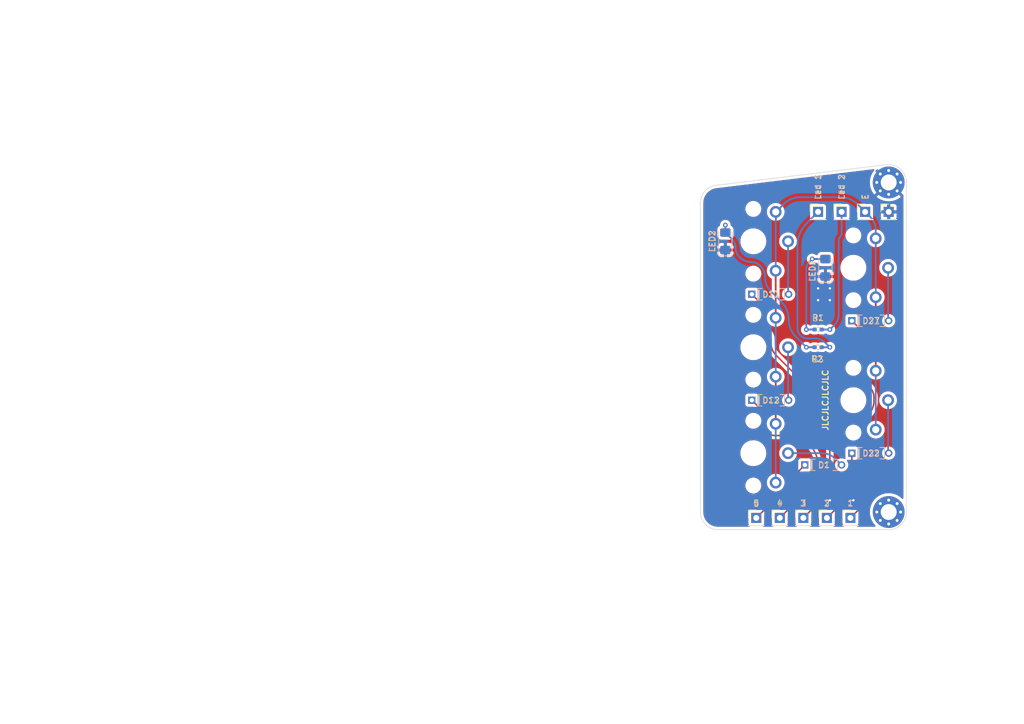
<source format=kicad_pcb>
(kicad_pcb (version 20211014) (generator pcbnew)

  (general
    (thickness 1.6)
  )

  (paper "A4")
  (layers
    (0 "F.Cu" signal)
    (31 "B.Cu" signal)
    (32 "B.Adhes" user "B.Adhesive")
    (33 "F.Adhes" user "F.Adhesive")
    (34 "B.Paste" user)
    (35 "F.Paste" user)
    (36 "B.SilkS" user "B.Silkscreen")
    (37 "F.SilkS" user "F.Silkscreen")
    (38 "B.Mask" user)
    (39 "F.Mask" user)
    (40 "Dwgs.User" user "User.Drawings")
    (41 "Cmts.User" user "User.Comments")
    (42 "Eco1.User" user "User.Eco1")
    (43 "Eco2.User" user "User.Eco2")
    (44 "Edge.Cuts" user)
    (45 "Margin" user)
    (46 "B.CrtYd" user "B.Courtyard")
    (47 "F.CrtYd" user "F.Courtyard")
    (48 "B.Fab" user)
    (49 "F.Fab" user)
    (50 "User.1" user)
    (51 "User.2" user)
    (52 "User.3" user)
    (53 "User.4" user)
    (54 "User.5" user)
    (55 "User.6" user)
    (56 "User.7" user)
    (57 "User.8" user)
    (58 "User.9" user)
  )

  (setup
    (stackup
      (layer "F.SilkS" (type "Top Silk Screen") (color "White"))
      (layer "F.Paste" (type "Top Solder Paste"))
      (layer "F.Mask" (type "Top Solder Mask") (color "Purple") (thickness 0.01))
      (layer "F.Cu" (type "copper") (thickness 0.035))
      (layer "dielectric 1" (type "core") (thickness 1.51) (material "FR4") (epsilon_r 4.5) (loss_tangent 0.02))
      (layer "B.Cu" (type "copper") (thickness 0.035))
      (layer "B.Mask" (type "Bottom Solder Mask") (color "Purple") (thickness 0.01))
      (layer "B.Paste" (type "Bottom Solder Paste"))
      (layer "B.SilkS" (type "Bottom Silk Screen") (color "White"))
      (copper_finish "None")
      (dielectric_constraints no)
    )
    (pad_to_mask_clearance 0)
    (pcbplotparams
      (layerselection 0x00010fc_ffffffff)
      (disableapertmacros false)
      (usegerberextensions false)
      (usegerberattributes true)
      (usegerberadvancedattributes true)
      (creategerberjobfile true)
      (svguseinch false)
      (svgprecision 6)
      (excludeedgelayer true)
      (plotframeref false)
      (viasonmask false)
      (mode 1)
      (useauxorigin false)
      (hpglpennumber 1)
      (hpglpenspeed 20)
      (hpglpendiameter 15.000000)
      (dxfpolygonmode true)
      (dxfimperialunits true)
      (dxfusepcbnewfont true)
      (psnegative false)
      (psa4output false)
      (plotreference true)
      (plotvalue true)
      (plotinvisibletext false)
      (sketchpadsonfab false)
      (subtractmaskfromsilk false)
      (outputformat 1)
      (mirror false)
      (drillshape 1)
      (scaleselection 1)
      (outputdirectory "")
    )
  )

  (net 0 "")
  (net 1 "GND")
  (net 2 "/LED1")
  (net 3 "Net-(D1-Pad2)")
  (net 4 "/LED2")
  (net 5 "/5")
  (net 6 "/4")
  (net 7 "Net-(D12-Pad2)")
  (net 8 "/3")
  (net 9 "Net-(D17-Pad2)")
  (net 10 "/2")
  (net 11 "Net-(D22-Pad2)")
  (net 12 "/1")
  (net 13 "Net-(D27-Pad2)")
  (net 14 "Net-(D2-Pad2)")
  (net 15 "Net-(D3-Pad2)")
  (net 16 "/E")

  (footprint "LED_SMD:LED_1206_3216Metric_Pad1.42x1.75mm_HandSolder" (layer "F.Cu") (at 196.25 64.5 90))

  (footprint "resist_the:DIOAD829W49L456D191" (layer "F.Cu") (at 187 69))

  (footprint "mbk:Choc-1u-solder-flip" (layer "F.Cu") (at 184 60 90))

  (footprint "mbk:Choc-1u-solder-flip" (layer "F.Cu") (at 184 96 90))

  (footprint "mbk:Choc-1u-solder-flip" (layer "F.Cu") (at 201 64.5 90))

  (footprint "Resistor_SMD:R_0402_1005Metric_Pad0.72x0.64mm_HandSolder" (layer "F.Cu") (at 195 75))

  (footprint "mbk:Choc-1u-solder-flip" (layer "F.Cu") (at 184 78 90))

  (footprint "Connector_PinHeader_2.54mm:PinHeader_1x01_P2.54mm_Vertical" (layer "F.Cu") (at 203 55))

  (footprint "Connector_PinHeader_2.54mm:PinHeader_1x01_P2.54mm_Vertical" (layer "F.Cu") (at 188.5 107))

  (footprint "Resistor_SMD:R_0402_1005Metric_Pad0.72x0.64mm_HandSolder" (layer "F.Cu") (at 195 78))

  (footprint "Connector_PinHeader_2.54mm:PinHeader_1x01_P2.54mm_Vertical" (layer "F.Cu") (at 207 55))

  (footprint "Connector_PinHeader_2.54mm:PinHeader_1x01_P2.54mm_Vertical" (layer "F.Cu") (at 192.5 107))

  (footprint "Connector_PinHeader_2.54mm:PinHeader_1x01_P2.54mm_Vertical" (layer "F.Cu") (at 184.5 107))

  (footprint "LED_SMD:LED_1206_3216Metric_Pad1.42x1.75mm_HandSolder" (layer "F.Cu") (at 179.25 60 90))

  (footprint "Connector_PinHeader_2.54mm:PinHeader_1x01_P2.54mm_Vertical" (layer "F.Cu") (at 195 55))

  (footprint "resist_the:DIOAD829W49L456D191" (layer "F.Cu") (at 187 87))

  (footprint "Connector_PinHeader_2.54mm:PinHeader_1x01_P2.54mm_Vertical" (layer "F.Cu") (at 200.5 107))

  (footprint "resist_the:DIOAD829W49L456D191" (layer "F.Cu") (at 204 96))

  (footprint "mbk:Choc-1.5u-solder-flip" (layer "F.Cu") (at 201 87 90))

  (footprint "Connector_PinHeader_2.54mm:PinHeader_1x01_P2.54mm_Vertical" (layer "F.Cu") (at 199 55))

  (footprint "MountingHole:MountingHole_2.7mm_M2.5_Pad_Via" (layer "F.Cu") (at 207 50))

  (footprint "Connector_PinHeader_2.54mm:PinHeader_1x01_P2.54mm_Vertical" (layer "F.Cu") (at 196.5 107))

  (footprint "resist_the:DIOAD829W49L456D191" (layer "F.Cu") (at 196 98))

  (footprint "MountingHole:MountingHole_2.7mm_M2.5_Pad_Via" (layer "F.Cu") (at 207 106))

  (footprint "resist_the:DIOAD829W49L456D191" (layer "F.Cu") (at 204 73.5))

  (footprint "LED_SMD:LED_1206_3216Metric_Pad1.42x1.75mm_HandSolder" (layer "B.Cu") (at 196.25 64.5 90))

  (footprint "LED_SMD:LED_1206_3216Metric_Pad1.42x1.75mm_HandSolder" (layer "B.Cu") (at 179.25 60 90))

  (footprint "Resistor_SMD:R_0402_1005Metric_Pad0.72x0.64mm_HandSolder" (layer "B.Cu") (at 195 75))

  (footprint "Resistor_SMD:R_0402_1005Metric_Pad0.72x0.64mm_HandSolder" (layer "B.Cu") (at 195 78))

  (gr_arc (start 178 109) (mid 175.87868 108.12132) (end 175 106) (layer "Edge.Cuts") (width 0.1) (tstamp 57cf6787-8fef-4f69-9831-060ecb9d9dec))
  (gr_arc (start 210 106) (mid 209.12132 108.12132) (end 207 109) (layer "Edge.Cuts") (width 0.1) (tstamp 7181b1fc-41e5-4d82-ad73-f46ed88e627c))
  (gr_arc (start 207 47) (mid 209.12132 47.87868) (end 210 50) (layer "Edge.Cuts") (width 0.1) (tstamp 790c15be-9205-41e6-be3d-d551120a768a))
  (gr_line (start 177.5 50.5) (end 205.6 47.1) (layer "Edge.Cuts") (width 0.1) (tstamp 84509f82-0432-4c71-a961-b3df460fbca6))
  (gr_arc (start 175 53.5) (mid 175.706925 51.547438) (end 177.5 50.5) (layer "Edge.Cuts") (width 0.1) (tstamp 9f46b79e-37e4-42f3-af63-03cc22e6967e))
  (gr_line (start 175 53.5) (end 175 106) (layer "Edge.Cuts") (width 0.1) (tstamp baf711ef-1298-40f0-8f3a-4d126c3692e0))
  (gr_arc (start 205.6 47.1) (mid 206.297655 47.017166) (end 207 47) (layer "Edge.Cuts") (width 0.1) (tstamp c3362d31-94e4-4813-83c9-bde9d279e0a6))
  (gr_line (start 210 106) (end 210 50) (layer "Edge.Cuts") (width 0.1) (tstamp d6e73605-5002-4979-ba85-03d14276561b))
  (gr_line (start 178 109) (end 207 109) (layer "Edge.Cuts") (width 0.1) (tstamp f29abbac-b5f2-427c-846b-511d1c5287af))
  (gr_text "R2" (at 195 80 180) (layer "B.SilkS") (tstamp 14fdeeb3-80cf-4fe4-9656-d333ade71e0c)
    (effects (font (size 1 1) (thickness 0.15)) (justify mirror))
  )
  (gr_text "1" (at 200.5 104.5 180) (layer "B.SilkS") (tstamp 177024ff-6048-4813-8a84-ee7f71ce1ddc)
    (effects (font (size 1 1) (thickness 0.15)) (justify mirror))
  )
  (gr_text "LED2" (at 177 60 -90) (layer "B.SilkS") (tstamp 2e03893c-6676-422e-9e35-1d1c08b7d6a6)
    (effects (font (size 1 1) (thickness 0.15)) (justify mirror))
  )
  (gr_text "4" (at 188.5 104.5 180) (layer "B.SilkS") (tstamp 37ee1079-5fea-4daa-b4a6-bc3f4dee87eb)
    (effects (font (size 1 1) (thickness 0.15)) (justify mirror))
  )
  (gr_text "2" (at 196.5 104.5 180) (layer "B.SilkS") (tstamp 3e926ab3-ef17-42ad-ae5b-33e771066d87)
    (effects (font (size 1 1) (thickness 0.15)) (justify mirror))
  )
  (gr_text "R1" (at 195 72.984009 180) (layer "B.SilkS") (tstamp 48c9f7f9-270d-4dda-8c20-941eee9406a5)
    (effects (font (size 1 1) (thickness 0.15)) (justify mirror))
  )
  (gr_text "Led 2\n" (at 199 53 -90) (layer "B.SilkS") (tstamp 7345d7ed-9c98-419f-9ee4-b697d3ee7bf7)
    (effects (font (size 1 1) (thickness 0.15)) (justify left mirror))
  )
  (gr_text "E" (at 203 53 -90) (layer "B.SilkS") (tstamp b1054d70-e248-4dc2-8728-281af5f4d3c0)
    (effects (font (size 1 1) (thickness 0.15)) (justify left mirror))
  )
  (gr_text "Led 1" (at 195 53 -90) (layer "B.SilkS") (tstamp df5c4440-5eb4-47dd-b791-3e1979626865)
    (effects (font (size 1 1) (thickness 0.15)) (justify left mirror))
  )
  (gr_text "3" (at 192.474911 104.464834 180) (layer "B.SilkS") (tstamp e47c1934-c65d-49ae-9659-f455bd78dba6)
    (effects (font (size 1 1) (thickness 0.15)) (justify mirror))
  )
  (gr_text "5" (at 184.5 104.5 180) (layer "B.SilkS") (tstamp eadc5b00-6eb4-4f18-9bd1-c7f498e96d6e)
    (effects (font (size 1 1) (thickness 0.15)) (justify mirror))
  )
  (gr_text "LED1" (at 194 65 -90) (layer "B.SilkS") (tstamp fe689f08-0f21-414c-a812-fb818c789632)
    (effects (font (size 1 1) (thickness 0.15)) (justify mirror))
  )
  (gr_text "2" (at 196.5 104.5) (layer "F.SilkS") (tstamp 09a03fa3-aaf9-4005-b65b-cbca2946e8f0)
    (effects (font (size 1 1) (thickness 0.15)))
  )
  (gr_text "JLCJLCJLCJLC" (at 196.25 87 90) (layer "F.SilkS") (tstamp 3dd0fbf7-1946-4070-a864-ab385433358c)
    (effects (font (size 1 1) (thickness 0.2)))
  )
  (gr_text "Led 2\n" (at 199 53 90) (layer "F.SilkS") (tstamp 47e308aa-739a-4071-b707-646a91dae769)
    (effects (font (size 1 1) (thickness 0.15)) (justify left))
  )
  (gr_text "LED1" (at 194 65 90) (layer "F.SilkS") (tstamp 4bf5ae9b-a104-4573-ab83-3739de1d5527)
    (effects (font (size 1 1) (thickness 0.15)))
  )
  (gr_text "4" (at 188.5 104.5) (layer "F.SilkS") (tstamp 597df556-8ee7-4cbd-8c88-a760106c014b)
    (effects (font (size 1 1) (thickness 0.15)))
  )
  (gr_text "LED2" (at 176.9905 59.983006 90) (layer "F.SilkS") (tstamp 6f2536cc-000b-45b1-899a-85c15145d98e)
    (effects (font (size 1 1) (thickness 0.15)))
  )
  (gr_text "Led 1" (at 195 53 90) (layer "F.SilkS") (tstamp 7254ed32-9671-4a08-95a4-6c1f4a6c98fc)
    (effects (font (size 1 1) (thickness 0.15)) (justify left))
  )
  (gr_text "5" (at 184.5 104.5) (layer "F.SilkS") (tstamp 746c7bf0-f567-43f0-81e4-e2d66432d5fd)
    (effects (font (size 1 1) (thickness 0.15)))
  )
  (gr_text "E" (at 203 53 90) (layer "F.SilkS") (tstamp a3b790cb-17fc-4a70-88a9-662f67bfd03a)
    (effects (font (size 1 1) (thickness 0.15)) (justify left))
  )
  (gr_text "R2" (at 194.826587 79.989509) (layer "F.SilkS") (tstamp c0961a1a-a049-434e-818f-26226286768e)
    (effects (font (size 1 1) (thickness 0.15)))
  )
  (gr_text "3" (at 192.5 104.5) (layer "F.SilkS") (tstamp df1da7ba-62c5-461a-90f0-38ecbe240397)
    (effects (font (size 1 1) (thickness 0.15)))
  )
  (gr_text "1" (at 200.5 104.5) (layer "F.SilkS") (tstamp f726649a-33c1-441b-8360-d07279c29874)
    (effects (font (size 1 1) (thickness 0.15)))
  )
  (gr_text "R1" (at 195 73) (layer "F.SilkS") (tstamp fc950abd-303e-4411-be37-3f8d44e2e79a)
    (effects (font (size 1 1) (thickness 0.15)))
  )

  (via (at 197 70) (size 0.8) (drill 0.4) (layers "F.Cu" "B.Cu") (free) (net 1) (tstamp 09fb0cd7-c629-4e04-901e-091171598246))
  (via (at 195 70) (size 0.8) (drill 0.4) (layers "F.Cu" "B.Cu") (free) (net 1) (tstamp 301bc442-274b-456a-bb58-0c8a9597a57e))
  (via (at 195 68) (size 0.8) (drill 0.4) (layers "F.Cu" "B.Cu") (free) (net 1) (tstamp 33a34ef4-d6af-4d47-9c6f-bf1bb72424e1))
  (via (at 201 104) (size 0.8) (drill 0.4) (layers "F.Cu" "B.Cu") (free) (net 1) (tstamp 3feaf01c-55c3-4472-b185-1dae56e576b4))
  (via (at 197 68) (size 0.8) (drill 0.4) (layers "F.Cu" "B.Cu") (free) (net 1) (tstamp ba0b7f5d-b8ef-4960-a3f9-9405dbecb5c1))
  (via (at 197 104) (size 0.8) (drill 0.4) (layers "F.Cu" "B.Cu") (free) (net 1) (tstamp cb04a119-8e6d-4160-b122-66c6a5555d0e))
  (segment (start 197 78) (end 195.5975 78) (width 0.3) (layer "F.Cu") (net 2) (tstamp c486abbe-dba1-4d1d-9806-703cdf522096))
  (via (at 197 78) (size 0.8) (drill 0.4) (layers "F.Cu" "B.Cu") (net 2) (tstamp bb5cd0de-7c7d-42a7-8757-a9f624244ad8))
  (segment (start 197 78) (end 195.5975 78) (width 0.3) (layer "B.Cu") (net 2) (tstamp 020d8c3a-e36e-4e8d-ae18-6e786a845093))
  (segment (start 191.5 60.753963) (end 191.5 74.792893) (width 0.3) (layer "B.Cu") (net 2) (tstamp 0e77eacb-b67a-48e9-a89f-a0f9bd4418ab))
  (segment (start 197 78) (end 196.25 77.25) (width 0.3) (layer "B.Cu") (net 2) (tstamp 8010a4fa-b7f4-44f1-bb33-7a70944586e5))
  (segment (start 194.439339 76.5) (end 193.207106 76.5) (width 0.3) (layer "B.Cu") (net 2) (tstamp a251a0b2-99ba-4d3e-a7ea-448a5826253f))
  (segment (start 193.093792 56.906207) (end 195 55) (width 0.3) (layer "B.Cu") (net 2) (tstamp a5073647-b6f5-4289-bf58-f08e3edbc8da))
  (arc (start 191.5 74.792893) (mid 191.629945 75.446174) (end 192 76) (width 0.3) (layer "B.Cu") (net 2) (tstamp 5c1c60b4-8a3f-472c-8750-904d26fb7bf1))
  (arc (start 196.25 77.25) (mid 195.419261 76.694918) (end 194.439339 76.5) (width 0.3) (layer "B.Cu") (net 2) (tstamp 8ee32d1c-2917-4dcc-896a-8a2b3911ec55))
  (arc (start 192 76) (mid 192.553825 76.370054) (end 193.207106 76.5) (width 0.3) (layer "B.Cu") (net 2) (tstamp ba03d4b4-83d8-47a9-aa39-4594c6c63b43))
  (arc (start 193.093792 56.906207) (mid 191.914213 58.671572) (end 191.5 60.753963) (width 0.3) (layer "B.Cu") (net 2) (tstamp cee3d005-8c99-47fd-a00d-3d5aad91ce3e))
  (segment (start 198 97) (end 199 98) (width 0.3) (layer "B.Cu") (net 3) (tstamp 80c3f665-b303-4c94-b5f8-400c92b12a7c))
  (segment (start 195.585786 96) (end 189.9 96) (width 0.3) (layer "B.Cu") (net 3) (tstamp e0531953-5dcc-4f8e-abfd-69d423c14e47))
  (arc (start 198 97) (mid 196.892349 96.259891) (end 195.585786 96) (width 0.3) (layer "B.Cu") (net 3) (tstamp 6e9c33a9-0fe5-49a9-899e-c90412205c58))
  (segment (start 197 75) (end 195.5975 75) (width 0.3) (layer "F.Cu") (net 4) (tstamp d81ccfab-22f4-42ac-9862-fbe541da4dc3))
  (via (at 197 75) (size 0.8) (drill 0.4) (layers "F.Cu" "B.Cu") (net 4) (tstamp b11c776a-5e8d-444d-8ad7-f73e0534b603))
  (segment (start 197 75) (end 195.5975 75) (width 0.3) (layer "B.Cu") (net 4) (tstamp 36534812-8c8c-4bc4-9408-caf96d264635))
  (segment (start 198.5 72.439339) (end 198.5 59.853553) (width 0.3) (layer "B.Cu") (net 4) (tstamp 36788b68-4d5c-4d67-b754-d1f1eb255d38))
  (segment (start 199 58.646446) (end 199 55) (width 0.3) (layer "B.Cu") (net 4) (tstamp b60f4ea4-a7c5-4fd4-8edd-70b450a645cb))
  (segment (start 197.75 74.25) (end 197 75) (width 0.3) (layer "B.Cu") (net 4) (tstamp faa6d8be-01f7-42a4-b726-d8925a218cfc))
  (arc (start 198.75 59.25) (mid 198.564972 59.526912) (end 198.5 59.853553) (width 0.3) (layer "B.Cu") (net 4) (tstamp 1969474d-eeeb-44d5-9243-c93ddb5c891f))
  (arc (start 199 58.646446) (mid 198.935027 58.973087) (end 198.75 59.25) (width 0.3) (layer "B.Cu") (net 4) (tstamp c38a7b89-af8c-4920-b6e3-c22fad313f13))
  (arc (start 198.5 72.439339) (mid 198.305081 73.419261) (end 197.75 74.25) (width 0.3) (layer "B.Cu") (net 4) (tstamp f36f8af1-d4e8-4f87-8182-ea31e721bf05))
  (segment (start 190.381281 102.118718) (end 188.853553 103.646446) (width 0.25) (layer "F.Cu") (net 5) (tstamp 49c6364b-2873-4684-b5c7-711274386ab7))
  (segment (start 191.618718 99.131281) (end 192.75 98) (width 0.25) (layer "F.Cu") (net 5) (tstamp 775e37d1-a988-424e-951c-c7d7781b9ce4))
  (segment (start 187.146446 104.353553) (end 184.5 107) (width 0.25) (layer "F.Cu") (net 5) (tstamp e755f486-9532-423a-a667-c0958b6f5953))
  (arc (start 191 100.625) (mid 190.8392 101.433394) (end 190.381281 102.118718) (width 0.25) (layer "F.Cu") (net 5) (tstamp 22206d5b-3ba7-4466-8052-006ecfbe135a))
  (arc (start 191.618718 99.131281) (mid 191.160799 99.816605) (end 191 100.625) (width 0.25) (layer "F.Cu") (net 5) (tstamp b5c5e25a-ef94-4f74-a264-001b65f19169))
  (arc (start 188 104) (mid 187.53806 104.091885) (end 187.146446 104.353553) (width 0.25) (layer "F.Cu") (net 5) (tstamp e5c49198-9e7a-4221-a10a-b756f05c4d63))
  (arc (start 188.853553 103.646446) (mid 188.461939 103.908114) (end 188 104) (width 0.25) (layer "F.Cu") (net 5) (tstamp fdf45d59-69ef-4e40-ba5f-a70d12b33c7e))
  (segment (start 193.409009 102.09099) (end 188.5 107) (width 0.25) (layer "F.Cu") (net 6) (tstamp 2847de72-27bd-4125-ad56-1df335cbed5a))
  (segment (start 195 98.12132) (end 195 98.25) (width 0.25) (layer "F.Cu") (net 6) (tstamp 7c8b80b7-1257-4904-8167-08444967c46d))
  (segment (start 186 90.643286) (end 186 91.355325) (width 0.25) (layer "F.Cu") (net 6) (tstamp 8f6fefda-2bac-4aa9-a3e7-cab1f24a8c88))
  (segment (start 189.878679 93) (end 187.644674 93) (width 0.25) (layer "F.Cu") (net 6) (tstamp 9d8ae9df-e476-42db-8cf7-7a6c5bd35a10))
  (segment (start 185.014798 88.264798) (end 183.75 87) (width 0.25) (layer "F.Cu") (net 6) (tstamp b79da02d-16ec-43db-a75f-a3fe5acbadf1))
  (arc (start 186 91.355325) (mid 186.125193 91.984715) (end 186.481714 92.518286) (width 0.25) (layer "F.Cu") (net 6) (tstamp 6563cd07-2679-4fc8-ba02-a617da2db5a4))
  (arc (start 195 98.25) (mid 194.586514 100.328728) (end 193.409009 102.09099) (width 0.25) (layer "F.Cu") (net 6) (tstamp 718feb68-d37a-4d4b-8ea9-53b0bc736953))
  (arc (start 186.481714 92.518286) (mid 187.015284 92.874806) (end 187.644674 93) (width 0.25) (layer "F.Cu") (net 6) (tstamp a8f3877c-2d9d-47d6-b17c-57935fc2266c))
  (arc (start 185.014798 88.264798) (mid 185.743954 89.356057) (end 186 90.643286) (width 0.25) (layer "F.Cu") (net 6) (tstamp b48557d5-962b-463c-aa16-38a274d5f006))
  (arc (start 193.5 94.5) (mid 191.838523 93.389837) (end 189.878679 93) (width 0.25) (layer "F.Cu") (net 6) (tstamp bf03ada9-3d65-4481-b2a9-54ffa080ad2c))
  (arc (start 193.5 94.5) (mid 194.610162 96.161475) (end 195 98.12132) (width 0.25) (layer "F.Cu") (net 6) (tstamp f5dc8f99-4b30-4437-bb00-694ec538bff0))
  (segment (start 189.9 86.829289) (end 189.9 78) (width 0.3) (layer "B.Cu") (net 7) (tstamp 254d4243-f92c-4ecd-aaaa-b1f29748f8e7))
  (segment (start 189.95 86.95) (end 190 87) (width 0.3) (layer "B.Cu") (net 7) (tstamp 832e0ca5-be5d-45e5-b3bf-deebf70cb5cc))
  (arc (start 189.9 86.829289) (mid 189.912994 86.894617) (end 189.95 86.95) (width 0.3) (layer "B.Cu") (net 7) (tstamp a33945b8-46f5-42a6-972d-6aead99e4c89))
  (segment (start 186 72.84099) (end 186 74.292893) (width 0.25) (layer "F.Cu") (net 8) (tstamp 170f0de8-dff5-4e96-88b4-6dd5c243834f))
  (segment (start 184.875 70.125) (end 183.75 69) (width 0.25) (layer "F.Cu") (net 8) (tstamp 3d0734c5-5ba5-4cd5-b307-a7ca0793189d))
  (segment (start 187 77.25) (end 187 76.707108) (width 0.25) (layer "F.Cu") (net 8) (tstamp 4f0ffb83-99de-4570-8390-ec9b1e9d8a18))
  (segment (start 195.406207 86.906207) (end 187.883883 79.383883) (width 0.25) (layer "F.Cu") (net 8) (tstamp 73d37517-6737-4b5e-847e-bb7ae3e3068f))
  (segment (start 195.406207 104.093792) (end 192.5 107) (width 0.25) (layer "F.Cu") (net 8) (tstamp c3d18368-ba54-4a72-b874-ff4134e3b76f))
  (segment (start 197 100.246036) (end 197 90.753963) (width 0.25) (layer "F.Cu") (net 8) (tstamp cff88e2f-8d05-4101-a02b-c2876fc970b0))
  (arc (start 197 100.246036) (mid 196.585786 102.328426) (end 195.406207 104.093792) (width 0.25) (layer "F.Cu") (net 8) (tstamp 20fd9e9d-8eb5-457a-b7b7-88604a001d70))
  (arc (start 195.406207 86.906207) (mid 196.585786 88.671572) (end 197 90.753963) (width 0.25) (layer "F.Cu") (net 8) (tstamp 2b2c8025-0ba1-4ef1-821b-1859a487d815))
  (arc (start 184.875 70.125) (mid 185.707622 71.371106) (end 186 72.84099) (width 0.25) (layer "F.Cu") (net 8) (tstamp aef964db-daa9-4d77-bf80-87cdd5198026))
  (arc (start 187 77.25) (mid 187.229713 78.404849) (end 187.883883 79.383883) (width 0.25) (layer "F.Cu") (net 8) (tstamp bc3887c9-8105-41ce-a42d-3bb1a69ac5ed))
  (arc (start 186.5 75.5) (mid 186.870054 76.053825) (end 187 76.707108) (width 0.25) (layer "F.Cu") (net 8) (tstamp ca7d4274-6661-4255-bec1-83417e3bb6fd))
  (arc (start 186 74.292893) (mid 186.129945 74.946174) (end 186.5 75.5) (width 0.25) (layer "F.Cu") (net 8) (tstamp ff402600-f3a0-475c-ba09-dec19328b35f))
  (segment (start 189.95 68.95) (end 190 69) (width 0.3) (layer "B.Cu") (net 9) (tstamp f02ba667-420b-4e68-a94d-c661ec72d40c))
  (segment (start 189.9 68.829289) (end 189.9 60) (width 0.3) (layer "B.Cu") (net 9) (tstamp f35ab418-0193-454c-81ba-04f4ab3a0258))
  (arc (start 189.9 68.829289) (mid 189.912994 68.894617) (end 189.95 68.95) (width 0.3) (layer "B.Cu") (net 9) (tstamp 21b054aa-36f3-45d8-9c78-c49e51a8326c))
  (segment (start 199.156207 104.343792) (end 196.5 107) (width 0.25) (layer "F.Cu") (net 10) (tstamp 109703ab-7df1-4347-bf9a-035f5ee69462))
  (segment (start 200.75 100.496036) (end 200.75 96) (width 0.25) (layer "F.Cu") (net 10) (tstamp 3a6b7365-46bb-4e29-bd31-ae25ddb41e86))
  (arc (start 200.75 100.496036) (mid 200.335786 102.578426) (end 199.156207 104.343792) (width 0.25) (layer "F.Cu") (net 10) (tstamp ce658448-83f1-4899-b8a7-e80671c4bab6))
  (segment (start 206.95 95.95) (end 207 96) (width 0.3) (layer "B.Cu") (net 11) (tstamp 05154e2c-6f3f-40ed-b1c8-eed4491d35ec))
  (segment (start 206.9 95.829289) (end 206.9 87) (width 0.3) (layer "B.Cu") (net 11) (tstamp b4ec5d28-e44e-4b1d-8fce-af6680395762))
  (arc (start 206.9 95.829289) (mid 206.912994 95.894617) (end 206.95 95.95) (width 0.3) (layer "B.Cu") (net 11) (tstamp 6552453a-17ce-4702-b146-c1312bd63eda))
  (segment (start 204.5 86.56066) (end 204.5 87.085786) (width 0.25) (layer "F.Cu") (net 12) (tstamp 1873ab48-5933-44c2-b866-a1c00b563fd6))
  (segment (start 201.875 74.625) (end 200.75 73.5) (width 0.25) (layer "F.Cu") (net 12) (tstamp 2e97f3e7-1eb0-4086-822f-965a126bd53e))
  (segment (start 201.5 106) (end 200.5 107) (width 0.25) (layer "F.Cu") (net 12) (tstamp 63e61ed7-30e0-445e-a243-cbdedc3298ef))
  (segment (start 202.5 91.914213) (end 202.5 103.585786) (width 0.25) (layer "F.Cu") (net 12) (tstamp 9414de43-4bf4-4010-a797-9985daa49472))
  (segment (start 203 77.34099) (end 203 82.939339) (width 0.25) (layer "F.Cu") (net 12) (tstamp e3fc788c-b441-4360-96cc-37a41ee16a22))
  (arc (start 203 82.939339) (mid 203.194918 83.919261) (end 203.75 84.75) (width 0.25) (layer "F.Cu") (net 12) (tstamp 1cb120c6-f5c4-41d3-93fd-0686f409c48b))
  (arc (start 201.875 74.625) (mid 202.707622 75.871106) (end 203 77.34099) (width 0.25) (layer "F.Cu") (net 12) (tstamp 23efdd00-b6e5-434d-9180-c45f19a24f27))
  (arc (start 204.5 87.085786) (mid 204.240108 88.392349) (end 203.5 89.5) (width 0.25) (layer "F.Cu") (net 12) (tstamp 41619cd9-cb96-4d5f-8733-b81558b2f5b4))
  (arc (start 202.5 103.585786) (mid 202.240108 104.892349) (end 201.5 106) (width 0.25) (layer "F.Cu") (net 12) (tstamp 78c5263e-ed31-4ca8-9e61-6518003257ec))
  (arc (start 203.75 84.75) (mid 204.305081 85.580737) (end 204.5 86.56066) (width 0.25) (layer "F.Cu") (net 12) (tstamp 842c4f7d-9626-46a6-b322-ff644d8e8e90))
  (arc (start 203.5 89.5) (mid 202.759891 90.60765) (end 202.5 91.914213) (width 0.25) (layer "F.Cu") (net 12) (tstamp 953b92a9-3b05-4c28-964f-67e443aa3db1))
  (segment (start 206.9 73.329289) (end 206.9 64.5) (width 0.3) (layer "B.Cu") (net 13) (tstamp 9be42099-5734-4415-89d1-a0b22c2fe498))
  (segment (start 206.95 73.45) (end 207 73.5) (width 0.3) (layer "B.Cu") (net 13) (tstamp bf68a3b8-0def-457c-847f-4728dcf0a72d))
  (arc (start 206.9 73.329289) (mid 206.912994 73.394617) (end 206.95 73.45) (width 0.3) (layer "B.Cu") (net 13) (tstamp 30c7f64f-92f4-46ff-8efa-fb5df45fd0e4))
  (segment (start 179.2375 58.5) (end 179.25 58.5125) (width 0.3) (layer "F.Cu") (net 14) (tstamp 092f1582-9ed3-402a-81ff-ed9d6f563097))
  (segment (start 179.25 57.25) (end 179.25 58.5125) (width 0.3) (layer "F.Cu") (net 14) (tstamp fbf26aef-0b50-428e-be69-79c291e19ffd))
  (segment (start 193 78) (end 194.4025 78) (width 0.3) (layer "F.Cu") (net 14) (tstamp ff92b7b8-ea64-43c5-9514-719e478003b8))
  (via (at 179.25 57.25) (size 0.8) (drill 0.4) (layers "F.Cu" "B.Cu") (net 14) (tstamp 6c8d2e8a-7209-40b1-bbff-4f487b4d2d45))
  (via (at 193 78) (size 0.8) (drill 0.4) (layers "F.Cu" "B.Cu") (net 14) (tstamp 93a3202d-8cea-4f37-ba9a-41af88ce1d56))
  (segment (start 179.25 58.5125) (end 179.25 57.25) (width 0.3) (layer "B.Cu") (net 14) (tstamp 0b64d371-a5a1-4119-9280-127f990ba188))
  (segment (start 193 78) (end 191.237436 76.237436) (width 0.3) (layer "B.Cu") (net 14) (tstamp 26159f1f-5a51-462d-9016-eb9e2d9ace72))
  (segment (start 193 78) (end 194.4025 78) (width 0.3) (layer "B.Cu") (net 14) (tstamp 72fffbeb-5a2c-476e-a8df-8fe5f52ba0fc))
  (segment (start 180.3857 59.6482) (end 179.25 58.5125) (width 0.3) (layer "B.Cu") (net 14) (tstamp 7fe519dc-35e2-4e42-9ca3-32363bb94116))
  (segment (start 185.25 64.25) (end 185.207106 64.207106) (width 0.3) (layer "B.Cu") (net 14) (tstamp a0e9b128-bae5-4c7a-943d-cdf7756d25ef))
  (segment (start 188.762563 70.262563) (end 186.883883 68.383883) (width 0.3) (layer "B.Cu") (net 14) (tstamp b4e3e169-c9ea-46c7-af71-13426d589fb7))
  (segment (start 186 66.06066) (end 186 66.25) (width 0.3) (layer "B.Cu") (net 14) (tstamp c19e609d-3e59-46ca-b613-e3b10662df7d))
  (segment (start 181.614299 62.614299) (end 181.792893 62.792893) (width 0.3) (layer "B.Cu") (net 14) (tstamp c7e8dbca-1e90-4b89-8cd6-03a47e28b547))
  (arc (start 185.207106 64.207106) (mid 184.423879 63.68377) (end 183.5 63.5) (width 0.3) (layer "B.Cu") (net 14) (tstamp 0648cd9f-3e64-44bf-932d-45a982f59a77))
  (arc (start 180.3857 59.6482) (mid 180.840348 60.328629) (end 181 61.13125) (width 0.3) (layer "B.Cu") (net 14) (tstamp 0d69dfda-4dc6-432d-9e37-ef6e62a64533))
  (arc (start 181 61.13125) (mid 181.159651 61.93387) (end 181.614299 62.614299) (width 0.3) (layer "B.Cu") (net 14) (tstamp 1ec9aa07-2a40-4c52-a794-b7295c407f68))
  (arc (start 181.792893 62.792893) (mid 182.57612 63.316228) (end 183.5 63.5) (width 0.3) (layer "B.Cu") (net 14) (tstamp 44515472-290a-435f-bb90-22d54b824756))
  (arc (start 190 73.25) (mid 190.321599 74.866788) (end 191.237436 76.237436) (width 0.3) (layer "B.Cu") (net 14) (tstamp 4fe3157e-523c-41d0-a126-6aaeda208724))
  (arc (start 188.762563 70.262563) (mid 189.6784 71.63321) (end 190 73.25) (width 0.3) (layer "B.Cu") (net 14) (tstamp 9d02235e-307a-40d1-9e70-02d06c83f567))
  (arc (start 186 66.25) (mid 186.229713 67.404849) (end 186.883883 68.383883) (width 0.3) (layer "B.Cu") (net 14) (tstamp 9d604f50-4cf0-4f54-80ef-edd89e99edc8))
  (arc (start 185.25 64.25) (mid 185.805081 65.080737) (end 186 66.06066) (width 0.3) (layer "B.Cu") (net 14) (tstamp b5139c60-aa3b-4243-aaa0-cf75b0d9902f))
  (segment (start 194 63) (end 194.00625 63.00625) (width 0.3) (layer "F.Cu") (net 15) (tstamp 40cb3d81-58f6-4362-8e0f-f8dce47877db))
  (segment (start 193 75) (end 194.4025 75) (width 0.3) (layer "F.Cu") (net 15) (tstamp 46a680e0-9ba6-4821-87e5-3196b08e366e))
  (segment (start 194.021338 63.0125) (end 196.25 63.0125) (width 0.3) (layer "F.Cu") (net 15) (tstamp 79a7ad74-1b01-4630-b9a8-d6a1738f1097))
  (via (at 193 75) (size 0.8) (drill 0.4) (layers "F.Cu" "B.Cu") (net 15) (tstamp 09bb2edb-4793-43f4-9857-c58aba4588a9))
  (via (at 194 63) (size 0.8) (drill 0.4) (layers "F.Cu" "B.Cu") (net 15) (tstamp 4653ced5-fa60-46ee-8d92-f13ec406f0c9))
  (arc (start 194.00625 63.00625) (mid 194.013172 63.010875) (end 194.021338 63.0125) (width 0.3) (layer "F.Cu") (net 15) (tstamp f73c5352-e54b-4d6d-8d87-8403b53e52bd))
  (segment (start 193.5 63.5) (end 194 63) (width 0.3) (layer "B.Cu") (net 15) (tstamp 125a6e33-2184-483b-be26-34b1466d832e))
  (segment (start 194 63) (end 196.228661 63) (width 0.3) (layer "B.Cu") (net 15) (tstamp 497fece6-1d22-49de-b260-f0eb009a1b11))
  (segment (start 193 75) (end 194.4025 75) (width 0.3) (layer "B.Cu") (net 15) (tstamp 720cf525-19e8-4fc6-93bd-9100a6c2649f))
  (segment (start 193 64.707106) (end 193 75) (width 0.3) (layer "B.Cu") (net 15) (tstamp cc10e136-632e-49f7-8ca4-8095d48d8622))
  (segment (start 196.24375 63.00625) (end 196.25 63.0125) (width 0.3) (layer "B.Cu") (net 15) (tstamp d235dcbc-1386-4318-9b24-39f9cb5057fe))
  (arc (start 196.24375 63.00625) (mid 196.236827 63.001624) (end 196.228661 63) (width 0.3) (layer "B.Cu") (net 15) (tstamp 5d6d1310-4b9a-44d8-929c-785a6d395e21))
  (arc (start 193.5 63.5) (mid 193.129945 64.053825) (end 193 64.707106) (width 0.3) (layer "B.Cu") (net 15) (tstamp eb6bf346-096a-4f22-99f9-b1a5dcc62612))
  (segment (start 187.8 91) (end 187.8 83) (width 0.3) (layer "F.Cu") (net 16) (tstamp c99d906d-15dd-4e6e-9757-cd80343018fd))
  (segment (start 187.8 73) (end 187.8 65) (width 0.3) (layer "F.Cu") (net 16) (tstamp d98fca6f-d82e-41a5-8bf2-7110112a48c3))
  (segment (start 204.8 69.5) (end 204.8 82) (width 0.3) (layer "F.Cu") (net 16) (tstamp dd84bd08-e606-448a-be51-aa73e0152a4f))
  (segment (start 201.75 53.75) (end 202.1 54.1) (width 0.3) (layer "B.Cu") (net 16) (tstamp 13413711-5523-44a8-b507-3585ad582f02))
  (segment (start 204.8 60.85) (end 204.8 69.5) (width 0.3) (layer "B.Cu") (net 16) (tstamp 264066e1-aa71-4d25-9940-0ad30b899ce6))
  (segment (start 187.8 83) (end 187.8 73) (width 0.3) (layer "B.Cu") (net 16) (tstamp 6927f6d1-6d19-4688-b318-961146035e64))
  (segment (start 204.8 58.15) (end 204.8 58.072792) (width 0.3) (layer "B.Cu") (net 16) (tstamp 72b5ea93-077f-4b4e-ac74-90b4df1a761d))
  (segment (start 187.8 56.767766) (end 187.8 65) (width 0.3) (layer "B.Cu") (net 16) (tstamp 82143896-8f8b-4621-bb02-fbc42533a93c))
  (segment (start 204.8 58.15) (end 204.8 60.85) (width 0.3) (layer "B.Cu") (net 16) (tstamp 8c23893f-bb5b-4990-9b21-b368fecd256f))
  (segment (start 198.732233 52.5) (end 192.067766 52.5) (width 0.3) (layer "B.Cu") (net 16) (tstamp 993ba8c2-5e69-4425-9074-56ef5cd54fe5))
  (segment (start 187.8 101) (end 187.8 91) (width 0.3) (layer "B.Cu") (net 16) (tstamp c591d845-cd86-4d47-80cf-7a690d0d3f9d))
  (segment (start 202.1 54.1) (end 203.9 55.9) (width 0.3) (layer "B.Cu") (net 16) (tstamp f087a16a-f554-4e06-b2d1-c00ff3aeb20f))
  (segment (start 204.8 82) (end 204.8 92) (width 0.3) (layer "B.Cu") (net 16) (tstamp f3bd5e5b-a659-426b-ae2b-a493e6b9a2eb))
  (arc (start 201.75 53.75) (mid 200.365436 52.824864) (end 198.732233 52.5) (width 0.3) (layer "B.Cu") (net 16) (tstamp 5b8f393a-af00-4085-9248-6d32ac6b7de3))
  (arc (start 203.9 55.9) (mid 204.566097 56.896885) (end 204.8 58.072792) (width 0.3) (layer "B.Cu") (net 16) (tstamp 766c5571-2acb-42e6-8187-5ca549c7a657))
  (arc (start 189.05 53.75) (mid 188.124864 55.134562) (end 187.8 56.767766) (width 0.3) (layer "B.Cu") (net 16) (tstamp 8fe43a81-d43e-4654-bccd-c0ce127234ab))
  (arc (start 192.067766 52.5) (mid 190.434562 52.824864) (end 189.05 53.75) (width 0.3) (layer "B.Cu") (net 16) (tstamp c316bb6c-786f-4492-ae25-cb179b92d02a))

  (zone (net 1) (net_name "GND") (layers F&B.Cu) (tstamp 674dd1eb-56ea-42e2-a2de-873010d6fa83) (hatch edge 0.508)
    (connect_pads (clearance 0.508))
    (min_thickness 0.254) (filled_areas_thickness no)
    (fill yes (thermal_gap 0.508) (thermal_bridge_width 0.508))
    (polygon
      (pts
        (xy 230 142)
        (xy 56 142)
        (xy 56 19)
        (xy 230 19)
      )
    )
    (filled_polygon
      (layer "F.Cu")
      (pts
        (xy 201.800824 97.022924)
        (xy 201.851054 97.073098)
        (xy 201.8665 97.133545)
        (xy 201.8665 103.53577)
        (xy 201.865422 103.552216)
        (xy 201.861882 103.579106)
        (xy 201.862716 103.586659)
        (xy 201.864203 103.600134)
        (xy 201.864812 103.620141)
        (xy 201.853415 103.852163)
        (xy 201.852203 103.864464)
        (xy 201.841571 103.936142)
        (xy 201.813979 104.122155)
        (xy 201.811567 104.134282)
        (xy 201.748271 104.386979)
        (xy 201.744682 104.398812)
        (xy 201.656919 104.644095)
        (xy 201.652187 104.655519)
        (xy 201.619647 104.72432)
        (xy 201.577175 104.81412)
        (xy 201.540806 104.891015)
        (xy 201.534979 104.901916)
        (xy 201.494845 104.968877)
        (xy 201.401049 105.125366)
        (xy 201.394179 105.135647)
        (xy 201.238998 105.344884)
        (xy 201.231154 105.354442)
        (xy 201.080157 105.521043)
        (xy 201.0635 105.53639)
        (xy 201.053508 105.544057)
        (xy 201.048759 105.549985)
        (xy 201.031526 105.571495)
        (xy 201.022287 105.581809)
        (xy 200.999501 105.604595)
        (xy 200.937189 105.638621)
        (xy 200.910406 105.6415)
        (xy 199.601866 105.6415)
        (xy 199.539684 105.648255)
        (xy 199.403295 105.699385)
        (xy 199.286739 105.786739)
        (xy 199.199385 105.903295)
        (xy 199.148255 106.039684)
        (xy 199.1415 106.101866)
        (xy 199.1415 107.898134)
        (xy 199.148255 107.960316)
        (xy 199.199385 108.096705)
        (xy 199.286739 108.213261)
        (xy 199.293919 108.218642)
        (xy 199.29392 108.218643)
        (xy 199.355339 108.264674)
        (xy 199.397854 108.321533)
        (xy 199.40288 108.392352)
        (xy 199.36882 108.454645)
        (xy 199.306489 108.488635)
        (xy 199.279774 108.4915)
        (xy 197.720226 108.4915)
        (xy 197.652105 108.471498)
        (xy 197.605612 108.417842)
        (xy 197.595508 108.347568)
        (xy 197.625002 108.282988)
        (xy 197.644661 108.264674)
        (xy 197.70608 108.218643)
        (xy 197.706081 108.218642)
        (xy 197.713261 108.213261)
        (xy 197.800615 108.096705)
        (xy 197.851745 107.960316)
        (xy 197.8585 107.898134)
        (xy 197.8585 106.589594)
        (xy 197.878502 106.521473)
        (xy 197.895405 106.500499)
        (xy 199.565978 104.829925)
        (xy 199.57942 104.81826)
        (xy 199.594605 104.806859)
        (xy 199.594607 104.806857)
        (xy 199.597901 104.804384)
        (xy 199.60745 104.795033)
        (xy 199.609998 104.791783)
        (xy 199.610168 104.791594)
        (xy 199.616834 104.783797)
        (xy 199.782849 104.605483)
        (xy 199.901054 104.478521)
        (xy 199.90106 104.478514)
        (xy 199.902586 104.476875)
        (xy 200.17487 104.138991)
        (xy 200.182308 104.128279)
        (xy 200.421073 103.784391)
        (xy 200.421074 103.784389)
        (xy 200.422356 103.782543)
        (xy 200.643783 103.409348)
        (xy 200.761593 103.173995)
        (xy 200.83702 103.023311)
        (xy 200.837021 103.023308)
        (xy 200.838023 103.021307)
        (xy 200.843441 103.008228)
        (xy 201.003229 102.622469)
        (xy 201.003233 102.622459)
        (xy 201.004086 102.620399)
        (xy 201.066407 102.433157)
        (xy 201.140418 102.210794)
        (xy 201.140423 102.210779)
        (xy 201.141126 102.208665)
        (xy 201.248444 101.788204)
        (xy 201.267536 101.682389)
        (xy 201.294757 101.531513)
        (xy 201.325493 101.361158)
        (xy 201.371882 100.929704)
        (xy 201.386284 100.526531)
        (xy 201.387363 100.514384)
        (xy 201.387431 100.513495)
        (xy 201.388013 100.509404)
        (xy 201.388153 100.49604)
        (xy 201.387658 100.491947)
        (xy 201.387657 100.491934)
        (xy 201.384413 100.465125)
        (xy 201.3835 100.449988)
        (xy 201.3835 97.242067)
        (xy 201.403502 97.173946)
        (xy 201.457158 97.127453)
        (xy 201.475466 97.121163)
        (xy 201.479316 97.120745)
        (xy 201.486707 97.117974)
        (xy 201.486712 97.117973)
        (xy 201.607297 97.072767)
        (xy 201.615705 97.069615)
        (xy 201.664935 97.032719)
        (xy 201.731441 97.007871)
      )
    )
    (filled_polygon
      (layer "F.Cu")
      (pts
        (xy 204.473993 47.7686)
        (xy 204.526594 47.816282)
        (xy 204.545066 47.884834)
        (xy 204.523544 47.95249)
        (xy 204.514585 47.963873)
        (xy 204.514657 47.963931)
        (xy 204.507992 47.972103)
        (xy 204.301287 48.256608)
        (xy 204.29747 48.26253)
        (xy 204.123771 48.568297)
        (xy 204.120641 48.574602)
        (xy 203.982101 48.897838)
        (xy 203.979699 48.904439)
        (xy 203.878055 49.241099)
        (xy 203.8764 49.247942)
        (xy 203.812918 49.593824)
        (xy 203.812035 49.600819)
        (xy 203.787504 49.951621)
        (xy 203.787406 49.958666)
        (xy 203.802133 50.310021)
        (xy 203.802818 50.317013)
        (xy 203.85662 50.664559)
        (xy 203.85808 50.671426)
        (xy 203.950288 51.010807)
        (xy 203.952502 51.017463)
        (xy 204.08197 51.344462)
        (xy 204.084909 51.350823)
        (xy 204.250019 51.661347)
        (xy 204.253653 51.667348)
        (xy 204.452339 51.957523)
        (xy 204.456633 51.963098)
        (xy 204.547208 52.06803)
        (xy 204.560251 52.076447)
        (xy 204.570282 52.070508)
        (xy 206.910905 49.729885)
        (xy 206.973217 49.695859)
        (xy 207.044032 49.700924)
        (xy 207.089095 49.729885)
        (xy 209.443511 52.084301)
        (xy 209.442419 52.085393)
        (xy 209.47609 52.119069)
        (xy 209.4915 52.179449)
        (xy 209.4915 103.642935)
        (xy 209.471498 103.711056)
        (xy 209.417842 103.757549)
        (xy 209.347568 103.767653)
        (xy 209.282988 103.738159)
        (xy 209.280256 103.735607)
        (xy 209.280245 103.735619)
        (xy 209.016244 103.497911)
        (xy 209.016241 103.497909)
        (xy 209.013626 103.495554)
        (xy 209.010776 103.493513)
        (xy 209.010769 103.493508)
        (xy 208.724763 103.288748)
        (xy 208.72476 103.288746)
        (xy 208.721909 103.286705)
        (xy 208.40873 103.111675)
        (xy 208.077992 102.972646)
        (xy 208.074623 102.971655)
        (xy 208.074619 102.971653)
        (xy 207.922754 102.926957)
        (xy 207.733818 102.87135)
        (xy 207.411497 102.814516)
        (xy 207.383958 102.80966)
        (xy 207.383956 102.80966)
        (xy 207.380498 102.80905)
        (xy 207.376987 102.808829)
        (xy 207.376986 102.808829)
        (xy 207.025953 102.786743)
        (xy 207.025947 102.786743)
        (xy 207.022435 102.786522)
        (xy 206.921046 102.791481)
        (xy 206.667599 102.803876)
        (xy 206.667591 102.803877)
        (xy 206.664092 102.804048)
        (xy 206.660624 102.80461)
        (xy 206.660621 102.80461)
        (xy 206.313411 102.860846)
        (xy 206.313408 102.860847)
        (xy 206.309936 102.861409)
        (xy 206.306549 102.862355)
        (xy 206.306543 102.862356)
        (xy 206.022406 102.941689)
        (xy 205.964381 102.95789)
        (xy 205.83979 103.008228)
        (xy 205.634998 103.090969)
        (xy 205.634994 103.090971)
        (xy 205.631734 103.092288)
        (xy 205.628647 103.093957)
        (xy 205.628643 103.093959)
        (xy 205.592699 103.113394)
        (xy 205.316142 103.262928)
        (xy 205.021537 103.467683)
        (xy 205.018895 103.469996)
        (xy 205.018891 103.469999)
        (xy 204.821349 103.642935)
        (xy 204.751593 103.704002)
        (xy 204.749218 103.706603)
        (xy 204.584351 103.887155)
        (xy 204.509672 103.968938)
        (xy 204.298792 104.25919)
        (xy 204.12158 104.57114)
        (xy 204.07363 104.683015)
        (xy 203.982084 104.896609)
        (xy 203.980245 104.900899)
        (xy 203.876549 105.244358)
        (xy 203.866694 105.298055)
        (xy 203.822393 105.539433)
        (xy 203.811784 105.597235)
        (xy 203.786757 105.955132)
        (xy 203.801781 106.313588)
        (xy 203.821837 106.443141)
        (xy 203.83643 106.537404)
        (xy 203.856668 106.668136)
        (xy 203.950734 107.014356)
        (xy 204.082806 107.347933)
        (xy 204.084461 107.351045)
        (xy 204.084463 107.35105)
        (xy 204.118643 107.415333)
        (xy 204.251239 107.664709)
        (xy 204.253224 107.667607)
        (xy 204.25323 107.667618)
        (xy 204.451942 107.957829)
        (xy 204.451947 107.957835)
        (xy 204.453933 107.960736)
        (xy 204.456236 107.963404)
        (xy 204.68502 108.228453)
        (xy 204.688361 108.232324)
        (xy 204.732343 108.273052)
        (xy 204.768734 108.33401)
        (xy 204.766391 108.404968)
        (xy 204.726057 108.463395)
        (xy 204.660539 108.490741)
        (xy 204.646732 108.4915)
        (xy 201.720226 108.4915)
        (xy 201.652105 108.471498)
        (xy 201.605612 108.417842)
        (xy 201.595508 108.347568)
        (xy 201.625002 108.282988)
        (xy 201.644661 108.264674)
        (xy 201.70608 108.218643)
        (xy 201.706081 108.218642)
        (xy 201.713261 108.213261)
        (xy 201.800615 108.096705)
        (xy 201.851745 107.960316)
        (xy 201.8585 107.898134)
        (xy 201.8585 106.589594)
        (xy 201.878502 106.521473)
        (xy 201.895405 106.500499)
        (xy 201.909767 106.486137)
        (xy 201.92321 106.474471)
        (xy 201.938394 106.463071)
        (xy 201.938397 106.463068)
        (xy 201.941694 106.460593)
        (xy 201.951242 106.451242)
        (xy 201.953789 106.447994)
        (xy 201.954615 106.446941)
        (xy 201.96087 106.439566)
        (xy 202.187622 106.192109)
        (xy 202.189473 106.190089)
        (xy 202.316286 106.024823)
        (xy 202.402973 105.911849)
        (xy 202.404642 105.909674)
        (xy 202.594553 105.611573)
        (xy 202.75776 105.298055)
        (xy 202.89302 104.971505)
        (xy 202.999305 104.634409)
        (xy 203.075806 104.289333)
        (xy 203.079371 104.262258)
        (xy 203.097892 104.121566)
        (xy 203.12194 103.938902)
        (xy 203.135955 103.617879)
        (xy 203.137092 103.605624)
        (xy 203.137433 103.603227)
        (xy 203.137434 103.603219)
        (xy 203.138013 103.599147)
        (xy 203.138153 103.585783)
        (xy 203.134413 103.554879)
        (xy 203.1335 103.539741)
        (xy 203.1335 95.970359)
        (xy 205.868058 95.970359)
        (xy 205.881611 96.177135)
        (xy 205.932619 96.37798)
        (xy 206.019373 96.566165)
        (xy 206.022704 96.570878)
        (xy 206.022705 96.57088)
        (xy 206.075652 96.645797)
        (xy 206.13897 96.73539)
        (xy 206.287402 96.879986)
        (xy 206.292198 96.883191)
        (xy 206.292201 96.883193)
        (xy 206.367017 96.933183)
        (xy 206.459699 96.995111)
        (xy 206.465002 96.997389)
        (xy 206.465005 96.997391)
        (xy 206.620575 97.064229)
        (xy 206.650091 97.07691)
        (xy 206.756748 97.101044)
        (xy 206.838245 97.119485)
        (xy 206.852201 97.122643)
        (xy 206.857972 97.12287)
        (xy 206.857974 97.12287)
        (xy 206.92721 97.12559)
        (xy 207.059262 97.130778)
        (xy 207.147578 97.117973)
        (xy 207.258616 97.101874)
        (xy 207.258621 97.101873)
        (xy 207.264337 97.101044)
        (xy 207.269809 97.099186)
        (xy 207.269811 97.099186)
        (xy 207.455096 97.03629)
        (xy 207.455098 97.036289)
        (xy 207.46056 97.034435)
        (xy 207.641359 96.933183)
        (xy 207.800678 96.800678)
        (xy 207.933183 96.641359)
        (xy 208.034435 96.46056)
        (xy 208.07724 96.334463)
        (xy 208.099186 96.269811)
        (xy 208.099186 96.269809)
        (xy 208.101044 96.264337)
        (xy 208.101873 96.258621)
        (xy 208.101874 96.258616)
        (xy 208.130245 96.062936)
        (xy 208.130778 96.059262)
        (xy 208.13233 96)
        (xy 208.113369 95.793649)
        (xy 208.106788 95.770312)
        (xy 208.058689 95.599768)
        (xy 208.058688 95.599766)
        (xy 208.057121 95.594209)
        (xy 208.046265 95.572194)
        (xy 207.968025 95.41354)
        (xy 207.96547 95.408359)
        (xy 207.943645 95.379131)
        (xy 207.844938 95.246947)
        (xy 207.844937 95.246946)
        (xy 207.841485 95.242323)
        (xy 207.724621 95.134295)
        (xy 207.693559 95.105581)
        (xy 207.693556 95.105579)
        (xy 207.689319 95.101662)
        (xy 207.567688 95.024919)
        (xy 207.518951 94.994168)
        (xy 207.518946 94.994166)
        (xy 207.514067 94.991087)
        (xy 207.321599 94.9143)
        (xy 207.118361 94.873873)
        (xy 207.112587 94.873797)
        (xy 207.112583 94.873797)
        (xy 207.007399 94.872421)
        (xy 206.911158 94.871161)
        (xy 206.905461 94.87214)
        (xy 206.90546 94.87214)
        (xy 206.712628 94.905274)
        (xy 206.712627 94.905274)
        (xy 206.706931 94.906253)
        (xy 206.512519 94.977976)
        (xy 206.334433 95.083926)
        (xy 206.178637 95.220555)
        (xy 206.050348 95.383289)
        (xy 205.953863 95.566676)
        (xy 205.892414 95.764575)
        (xy 205.868058 95.970359)
        (xy 203.1335 95.970359)
        (xy 203.1335 92.552059)
        (xy 203.153502 92.483938)
        (xy 203.207158 92.437445)
        (xy 203.277432 92.427341)
        (xy 203.342012 92.456835)
        (xy 203.375909 92.503841)
        (xy 203.45176 92.686963)
        (xy 203.454346 92.691183)
        (xy 203.573241 92.885202)
        (xy 203.573245 92.885208)
        (xy 203.575824 92.889416)
        (xy 203.730031 93.069969)
        (xy 203.910584 93.224176)
        (xy 203.914792 93.226755)
        (xy 203.914798 93.226759)
        (xy 204.046306 93.307347)
        (xy 204.113037 93.34824)
        (xy 204.117607 93.350133)
        (xy 204.117611 93.350135)
        (xy 204.327833 93.437211)
        (xy 204.332406 93.439105)
        (xy 204.412609 93.45836)
        (xy 204.558476 93.49338)
        (xy 204.558482 93.493381)
        (xy 204.563289 93.494535)
        (xy 204.8 93.513165)
        (xy 205.036711 93.494535)
        (xy 205.041518 93.493381)
        (xy 205.041524 93.49338)
        (xy 205.187391 93.45836)
        (xy 205.267594 93.439105)
        (xy 205.272167 93.437211)
        (xy 205.482389 93.350135)
        (xy 205.482393 93.350133)
        (xy 205.486963 93.34824)
        (xy 205.553694 93.307347)
        (xy 205.685202 93.226759)
        (xy 205.685208 93.226755)
        (xy 205.689416 93.224176)
        (xy 205.869969 93.069969)
        (xy 206.024176 92.889416)
        (xy 206.026755 92.885208)
        (xy 206.026759 92.885202)
        (xy 206.145654 92.691183)
        (xy 206.14824 92.686963)
        (xy 206.165706 92.644798)
        (xy 206.237211 92.472167)
        (xy 206.237212 92.472165)
        (xy 206.239105 92.467594)
        (xy 206.260201 92.379724)
        (xy 206.29338 92.241524)
        (xy 206.293381 92.241518)
        (xy 206.294535 92.236711)
        (xy 206.313165 92)
        (xy 206.294535 91.763289)
        (xy 206.287752 91.735032)
        (xy 206.253628 91.592897)
        (xy 206.239105 91.532406)
        (xy 206.237211 91.527833)
        (xy 206.150135 91.317611)
        (xy 206.150133 91.317607)
        (xy 206.14824 91.313037)
        (xy 206.118783 91.264968)
        (xy 206.026759 91.114798)
        (xy 206.026755 91.114792)
        (xy 206.024176 91.110584)
        (xy 205.869969 90.930031)
        (xy 205.689416 90.775824)
        (xy 205.685208 90.773245)
        (xy 205.685202 90.773241)
        (xy 205.491183 90.654346)
        (xy 205.486963 90.65176)
        (xy 205.482393 90.649867)
        (xy 205.482389 90.649865)
        (xy 205.272167 90.562789)
        (xy 205.272165 90.562788)
        (xy 205.267594 90.560895)
        (xy 205.148929 90.532406)
        (xy 205.041524 90.50662)
        (xy 205.041518 90.506619)
        (xy 205.036711 90.505465)
        (xy 204.8 90.486835)
        (xy 204.563289 90.505465)
        (xy 204.558482 90.506619)
        (xy 204.558476 90.50662)
        (xy 204.451071 90.532406)
        (xy 204.332406 90.560895)
        (xy 204.327835 90.562788)
        (xy 204.327833 90.562789)
        (xy 204.117611 90.649865)
        (xy 204.117607 90.649867)
        (xy 204.113037 90.65176)
        (xy 204.108817 90.654346)
        (xy 203.914798 90.773241)
        (xy 203.914792 90.773245)
        (xy 203.910584 90.775824)
        (xy 203.730031 90.930031)
        (xy 203.575824 91.110584)
        (xy 203.573245 91.114792)
        (xy 203.573241 91.114798)
        (xy 203.458002 91.302851)
        (xy 203.405354 91.350482)
        (xy 203.335312 91.362089)
        (xy 203.270115 91.333986)
        (xy 203.230461 91.275095)
        (xy 203.228345 91.206401)
        (xy 203.251735 91.113022)
        (xy 203.255324 91.101189)
        (xy 203.343087 90.855907)
        (xy 203.347819 90.844484)
        (xy 203.459199 90.608988)
        (xy 203.465028 90.598082)
        (xy 203.48801 90.55974)
        (xy 203.531707 90.486835)
        (xy 203.598956 90.374637)
        (xy 203.605826 90.364356)
        (xy 203.761007 90.155119)
        (xy 203.768851 90.145561)
        (xy 203.907895 89.992148)
        (xy 203.91734 89.981727)
        (xy 203.93505 89.965581)
        (xy 203.938396 89.963069)
        (xy 203.941694 89.960593)
        (xy 203.946261 89.95612)
        (xy 203.946492 89.955943)
        (xy 203.946674 89.955715)
        (xy 203.951242 89.951242)
        (xy 203.953782 89.948003)
        (xy 203.953788 89.947996)
        (xy 203.954615 89.946941)
        (xy 203.96087 89.939566)
        (xy 204.187622 89.692109)
        (xy 204.189473 89.690089)
        (xy 204.227931 89.63997)
        (xy 204.402973 89.411849)
        (xy 204.404642 89.409674)
        (xy 204.594553 89.111573)
        (xy 204.75776 88.798055)
        (xy 204.89302 88.471505)
        (xy 204.972014 88.220965)
        (xy 204.998476 88.137039)
        (xy 204.998477 88.137034)
        (xy 204.999305 88.134409)
        (xy 205.075806 87.789333)
        (xy 205.084742 87.72146)
        (xy 205.105186 87.566165)
        (xy 205.12194 87.438902)
        (xy 205.135955 87.117879)
        (xy 205.137092 87.105624)
        (xy 205.137433 87.103227)
        (xy 205.137434 87.103219)
        (xy 205.138013 87.099147)
        (xy 205.138153 87.085783)
        (xy 205.134413 87.054879)
        (xy 205.1335 87.039741)
        (xy 205.1335 87)
        (xy 205.386835 87)
        (xy 205.405465 87.236711)
        (xy 205.406619 87.241518)
        (xy 205.40662 87.241524)
        (xy 205.439381 87.37798)
        (xy 205.460895 87.467594)
        (xy 205.462788 87.472165)
        (xy 205.462789 87.472167)
        (xy 205.544954 87.670531)
        (xy 205.55176 87.686963)
        (xy 205.554346 87.691183)
        (xy 205.673241 87.885202)
        (xy 205.673245 87.885208)
        (xy 205.675824 87.889416)
        (xy 205.830031 88.069969)
        (xy 206.010584 88.224176)
        (xy 206.014792 88.226755)
        (xy 206.014798 88.226759)
        (xy 206.170875 88.322403)
        (xy 206.213037 88.34824)
        (xy 206.217607 88.350133)
        (xy 206.217611 88.350135)
        (xy 206.427833 88.437211)
        (xy 206.432406 88.439105)
        (xy 206.512609 88.45836)
        (xy 206.658476 88.49338)
        (xy 206.658482 88.493381)
        (xy 206.663289 88.494535)
        (xy 206.9 88.513165)
        (xy 207.136711 88.494535)
        (xy 207.141518 88.493381)
        (xy 207.141524 88.49338)
        (xy 207.287391 88.45836)
        (xy 207.367594 88.439105)
        (xy 207.372167 88.437211)
        (xy 207.582389 88.350135)
        (xy 207.582393 88.350133)
        (xy 207.586963 88.34824)
        (xy 207.629125 88.322403)
        (xy 207.785202 88.226759)
        (xy 207.785208 88.226755)
        (xy 207.789416 88.224176)
        (xy 207.969969 88.069969)
        (xy 208.124176 87.889416)
        (xy 208.126755 87.885208)
        (xy 208.126759 87.885202)
        (xy 208.245654 87.691183)
        (xy 208.24824 87.686963)
        (xy 208.255047 87.670531)
        (xy 208.337211 87.472167)
        (xy 208.337212 87.472165)
        (xy 208.339105 87.467594)
        (xy 208.360619 87.37798)
        (xy 208.39338 87.241524)
        (xy 208.393381 87.241518)
        (xy 208.394535 87.236711)
        (xy 208.413165 87)
        (xy 208.394535 86.763289)
        (xy 208.393132 86.757442)
        (xy 208.354327 86.595811)
        (xy 208.339105 86.532406)
        (xy 208.334102 86.520327)
        (xy 208.250135 86.317611)
        (xy 208.250133 86.317607)
        (xy 208.24824 86.313037)
        (xy 208.209782 86.250279)
        (xy 208.126759 86.114798)
        (xy 208.126755 86.114792)
        (xy 208.124176 86.110584)
        (xy 207.990968 85.954618)
        (xy 207.973177 85.933787)
        (xy 207.969969 85.930031)
        (xy 207.789416 85.775824)
        (xy 207.785208 85.773245)
        (xy 207.785202 85.773241)
        (xy 207.591183 85.654346)
        (xy 207.586963 85.65176)
        (xy 207.582393 85.649867)
        (xy 207.582389 85.649865)
        (xy 207.372167 85.562789)
        (xy 207.372165 85.562788)
        (xy 207.367594 85.560895)
        (xy 207.287391 85.54164)
        (xy 207.141524 85.50662)
        (xy 207.141518 85.506619)
        (xy 207.136711 85.505465)
        (xy 206.9 85.486835)
        (xy 206.663289 85.505465)
        (xy 206.658482 85.506619)
        (xy 206.658476 85.50662)
        (xy 206.512609 85.54164)
        (xy 206.432406 85.560895)
        (xy 206.427835 85.562788)
        (xy 206.427833 85.562789)
        (xy 206.217611 85.649865)
        (xy 206.217607 85.649867)
        (xy 206.213037 85.65176)
        (xy 206.208817 85.654346)
        (xy 206.014798 85.773241)
        (xy 206.014792 85.773245)
        (xy 206.010584 85.775824)
        (xy 205.830031 85.930031)
        (xy 205.826823 85.933787)
        (xy 205.809032 85.954618)
        (xy 205.675824 86.110584)
        (xy 205.673245 86.114792)
        (xy 205.673241 86.114798)
        (xy 205.590218 86.250279)
        (xy 205.55176 86.313037)
        (xy 205.549867 86.317607)
        (xy 205.549865 86.317611)
        (xy 205.465898 86.520327)
        (xy 205.460895 86.532406)
        (xy 205.445673 86.595811)
        (xy 205.406869 86.757442)
        (xy 205.405465 86.763289)
        (xy 205.386835 87)
        (xy 205.1335 87)
        (xy 205.1335 86.614646)
        (xy 205.134757 86.596895)
        (xy 205.137431 86.578102)
        (xy 205.138013 86.574014)
        (xy 205.138153 86.56065)
        (xy 205.137657 86.556557)
        (xy 205.137657 86.556548)
        (xy 205.137371 86.554189)
        (xy 205.13661 86.545231)
        (xy 205.122116 86.250279)
        (xy 205.122115 86.250274)
        (xy 205.121964 86.247191)
        (xy 205.075911 85.936751)
        (xy 205.070005 85.913173)
        (xy 205.0004 85.635309)
        (xy 205.000399 85.635304)
        (xy 204.999651 85.63232)
        (xy 204.998614 85.629422)
        (xy 204.998611 85.629412)
        (xy 204.894964 85.339748)
        (xy 204.89392 85.336829)
        (xy 204.837123 85.216744)
        (xy 204.761057 85.055919)
        (xy 204.761053 85.055911)
        (xy 204.759735 85.053125)
        (xy 204.702805 84.958143)
        (xy 204.599978 84.786589)
        (xy 204.599978 84.786588)
        (xy 204.598389 84.783938)
        (xy 204.411436 84.531862)
        (xy 204.298361 84.407103)
        (xy 204.223078 84.324041)
        (xy 204.215677 84.315077)
        (xy 204.213071 84.311606)
        (xy 204.213068 84.311602)
        (xy 204.210593 84.308306)
        (xy 204.20612 84.303739)
        (xy 204.205943 84.303508)
        (xy 204.205715 84.303326)
        (xy 204.201242 84.298758)
        (xy 204.19079 84.290563)
        (xy 204.173808 84.274492)
        (xy 204.037191 84.118711)
        (xy 204.027165 84.105644)
        (xy 203.896291 83.909777)
        (xy 203.888051 83.895505)
        (xy 203.783857 83.684226)
        (xy 203.777549 83.668998)
        (xy 203.774776 83.660827)
        (xy 203.701827 83.445933)
        (xy 203.697562 83.430017)
        (xy 203.675528 83.319249)
        (xy 203.681856 83.248535)
        (xy 203.72541 83.192468)
        (xy 203.792362 83.168848)
        (xy 203.861456 83.185174)
        (xy 203.880937 83.198856)
        (xy 203.906818 83.22096)
        (xy 203.906822 83.220963)
        (xy 203.910584 83.224176)
        (xy 203.914792 83.226755)
        (xy 203.914798 83.226759)
        (xy 203.962287 83.25586)
        (xy 204.113037 83.34824)
        (xy 204.117607 83.350133)
        (xy 204.117611 83.350135)
        (xy 204.310465 83.430017)
        (xy 204.332406 83.439105)
        (xy 204.412609 83.45836)
        (xy 204.558476 83.49338)
        (xy 204.558482 83.493381)
        (xy 204.563289 83.494535)
        (xy 204.8 83.513165)
        (xy 205.036711 83.494535)
        (xy 205.041518 83.493381)
        (xy 205.041524 83.49338)
        (xy 205.187391 83.45836)
        (xy 205.267594 83.439105)
        (xy 205.289535 83.430017)
        (xy 205.482389 83.350135)
        (xy 205.482393 83.350133)
        (xy 205.486963 83.34824)
        (xy 205.637713 83.25586)
        (xy 205.685202 83.226759)
        (xy 205.685208 83.226755)
        (xy 205.689416 83.224176)
        (xy 205.869969 83.069969)
        (xy 206.024176 82.889416)
        (xy 206.026755 82.885208)
        (xy 206.026759 82.885202)
        (xy 206.145654 82.691183)
        (xy 206.14824 82.686963)
        (xy 206.175878 82.62024)
        (xy 206.237211 82.472167)
        (xy 206.237212 82.472165)
        (xy 206.239105 82.467594)
        (xy 206.260192 82.37976)
        (xy 206.29338 82.241524)
        (xy 206.293381 82.241518)
        (xy 206.294535 82.236711)
        (xy 206.313165 82)
        (xy 206.294535 81.763289)
        (xy 206.239105 81.532406)
        (xy 206.14824 81.313037)
        (xy 206.145654 81.308817)
        (xy 206.026759 81.114798)
        (xy 206.026755 81.114792)
        (xy 206.024176 81.110584)
        (xy 205.869969 80.930031)
        (xy 205.689416 80.775824)
        (xy 205.685203 80.773242)
        (xy 205.685193 80.773235)
        (xy 205.518665 80.671186)
        (xy 205.471034 80.618539)
        (xy 205.4585 80.563754)
        (xy 205.4585 73.470359)
        (xy 205.868058 73.470359)
        (xy 205.881611 73.677135)
        (xy 205.932619 73.87798)
        (xy 206.019373 74.066165)
        (xy 206.022704 74.070878)
        (xy 206.022705 74.07088)
        (xy 206.135293 74.230187)
        (xy 206.13897 74.23539)
        (xy 206.143106 74.239419)
        (xy 206.247684 74.341294)
        (xy 206.287402 74.379986)
        (xy 206.292198 74.383191)
        (xy 206.292201 74.383193)
        (xy 206.393621 74.450959)
        (xy 206.459699 74.495111)
        (xy 206.465002 74.497389)
        (xy 206.465005 74.497391)
        (xy 206.591741 74.551841)
        (xy 206.650091 74.57691)
        (xy 206.852201 74.622643)
        (xy 206.857972 74.62287)
        (xy 206.857974 74.62287)
        (xy 206.92721 74.62559)
        (xy 207.059262 74.630778)
        (xy 207.147592 74.617971)
        (xy 207.258616 74.601874)
        (xy 207.258621 74.601873)
        (xy 207.264337 74.601044)
        (xy 207.269809 74.599186)
        (xy 207.269811 74.599186)
        (xy 207.455096 74.53629)
        (xy 207.455098 74.536289)
        (xy 207.46056 74.534435)
        (xy 207.628722 74.44026)
        (xy 207.636322 74.436004)
        (xy 207.636323 74.436003)
        (xy 207.641359 74.433183)
        (xy 207.800678 74.300678)
        (xy 207.933183 74.141359)
        (xy 208.034435 73.96056)
        (xy 208.069467 73.857361)
        (xy 208.099186 73.769811)
        (xy 208.099186 73.769809)
        (xy 208.101044 73.764337)
        (xy 208.101873 73.758621)
        (xy 208.101874 73.758616)
        (xy 208.130245 73.562936)
        (xy 208.130778 73.559262)
        (xy 208.13233 73.5)
        (xy 208.114628 73.307347)
        (xy 208.113898 73.299403)
        (xy 208.113897 73.2994)
        (xy 208.113369 73.293649)
        (xy 208.106788 73.270312)
        (xy 208.058689 73.099768)
        (xy 208.058688 73.099766)
        (xy 208.057121 73.094209)
        (xy 208.046265 73.072194)
        (xy 207.968025 72.91354)
        (xy 207.96547 72.908359)
        (xy 207.943362 72.878752)
        (xy 207.844938 72.746947)
        (xy 207.844937 72.746946)
        (xy 207.841485 72.742323)
        (xy 207.724621 72.634295)
        (xy 207.693559 72.605581)
        (xy 207.693556 72.605579)
        (xy 207.689319 72.601662)
        (xy 207.587181 72.537218)
        (xy 207.518951 72.494168)
        (xy 207.518946 72.494166)
        (xy 207.514067 72.491087)
        (xy 207.321599 72.4143)
        (xy 207.118361 72.373873)
        (xy 207.112587 72.373797)
        (xy 207.112583 72.373797)
        (xy 207.007399 72.372421)
        (xy 206.911158 72.371161)
        (xy 206.905461 72.37214)
        (xy 206.90546 72.37214)
        (xy 206.712628 72.405274)
        (xy 206.712627 72.405274)
        (xy 206.706931 72.406253)
        (xy 206.512519 72.477976)
        (xy 206.334433 72.583926)
        (xy 206.178637 72.720555)
        (xy 206.050348 72.883289)
        (xy 206.047659 72.8884)
        (xy 206.047657 72.888403)
        (xy 206.039592 72.903732)
        (xy 205.953863 73.066676)
        (xy 205.892414 73.264575)
        (xy 205.868058 73.470359)
        (xy 205.4585 73.470359)
        (xy 205.4585 70.936246)
        (xy 205.478502 70.868125)
        (xy 205.518665 70.828814)
        (xy 205.685193 70.726765)
        (xy 205.685203 70.726758)
        (xy 205.689416 70.724176)
        (xy 205.869969 70.569969)
        (xy 206.024176 70.389416)
        (xy 206.026755 70.385208)
        (xy 206.026759 70.385202)
        (xy 206.145654 70.191183)
        (xy 206.14824 70.186963)
        (xy 206.164586 70.147502)
        (xy 206.237211 69.972167)
        (xy 206.237212 69.972165)
        (xy 206.239105 69.967594)
        (xy 206.294535 69.736711)
        (xy 206.313165 69.5)
        (xy 206.294535 69.263289)
        (xy 206.280827 69.206188)
        (xy 206.253628 69.092897)
        (xy 206.239105 69.032406)
        (xy 206.233622 69.019168)
        (xy 206.150135 68.817611)
        (xy 206.150133 68.817607)
        (xy 206.14824 68.813037)
        (xy 206.118542 68.764575)
        (xy 206.026759 68.614798)
        (xy 206.026755 68.614792)
        (xy 206.024176 68.610584)
        (xy 205.869969 68.430031)
        (xy 205.689416 68.275824)
        (xy 205.685208 68.273245)
        (xy 205.685202 68.273241)
        (xy 205.491183 68.154346)
        (xy 205.486963 68.15176)
        (xy 205.482393 68.149867)
        (xy 205.482389 68.149865)
        (xy 205.272167 68.062789)
        (xy 205.272165 68.062788)
        (xy 205.267594 68.060895)
        (xy 205.187391 68.04164)
        (xy 205.041524 68.00662)
        (xy 205.041518 68.006619)
        (xy 205.036711 68.005465)
        (xy 204.8 67.986835)
        (xy 204.563289 68.005465)
        (xy 204.558482 68.006619)
        (xy 204.558476 68.00662)
        (xy 204.412609 68.04164)
        (xy 204.332406 68.060895)
        (xy 204.327835 68.062788)
        (xy 204.327833 68.062789)
        (xy 204.117611 68.149865)
        (xy 204.117607 68.149867)
        (xy 204.113037 68.15176)
        (xy 204.108817 68.154346)
        (xy 203.914798 68.273241)
        (xy 203.914792 68.273245)
        (xy 203.910584 68.275824)
        (xy 203.730031 68.430031)
        (xy 203.575824 68.610584)
        (xy 203.573245 68.614792)
        (xy 203.573241 68.614798)
        (xy 203.481458 68.764575)
        (xy 203.45176 68.813037)
        (xy 203.449867 68.817607)
        (xy 203.449865 68.817611)
        (xy 203.366378 69.019168)
        (xy 203.360895 69.032406)
        (xy 203.346372 69.092897)
        (xy 203.319174 69.206188)
        (xy 203.305465 69.263289)
        (xy 203.286835 69.5)
        (xy 203.305465 69.736711)
        (xy 203.360895 69.967594)
        (xy 203.362788 69.972165)
        (xy 203.362789 69.972167)
        (xy 203.435415 70.147502)
        (xy 203.45176 70.186963)
        (xy 203.454346 70.191183)
        (xy 203.573241 70.385202)
        (xy 203.573245 70.385208)
        (xy 203.575824 70.389416)
        (xy 203.730031 70.569969)
        (xy 203.910584 70.724176)
        (xy 203.914797 70.726758)
        (xy 203.914807 70.726765)
        (xy 204.081335 70.828814)
        (xy 204.128966 70.881461)
        (xy 204.1415 70.936246)
        (xy 204.1415 80.563754)
        (xy 204.121498 80.631875)
        (xy 204.081335 80.671186)
        (xy 203.914807 80.773235)
        (xy 203.914797 80.773242)
        (xy 203.910584 80.775824)
        (xy 203.841331 80.834972)
        (xy 203.776541 80.864003)
        (xy 203.706341 80.853398)
        (xy 203.653019 80.806524)
        (xy 203.6335 80.739161)
        (xy 203.6335 77.394983)
        (xy 203.634757 77.377229)
        (xy 203.637432 77.358433)
        (xy 203.638013 77.354352)
        (xy 203.638153 77.340988)
        (xy 203.637657 77.336887)
        (xy 203.63743 77.332771)
        (xy 203.637469 77.332769)
        (xy 203.637338 77.331159)
        (xy 203.627707 77.110584)
        (xy 203.620723 76.950639)
        (xy 203.569723 76.563261)
        (xy 203.485155 76.181802)
        (xy 203.465469 76.119366)
        (xy 203.368491 75.811793)
        (xy 203.368488 75.811785)
        (xy 203.367662 75.809165)
        (xy 203.22426 75.462965)
        (xy 203.219192 75.450729)
        (xy 203.219191 75.450728)
        (xy 203.218139 75.448187)
        (xy 203.037724 75.101613)
        (xy 202.82779 74.772083)
        (xy 202.628818 74.512777)
        (xy 202.591598 74.464271)
        (xy 202.591593 74.464265)
        (xy 202.589934 74.462103)
        (xy 202.441009 74.299579)
        (xy 202.344876 74.194668)
        (xy 202.34077 74.189723)
        (xy 202.340757 74.189734)
        (xy 202.33807 74.186605)
        (xy 202.335593 74.183306)
        (xy 202.326242 74.173758)
        (xy 202.301745 74.15455)
        (xy 202.290396 74.144491)
        (xy 201.914405 73.7685)
        (xy 201.880379 73.706188)
        (xy 201.8775 73.679405)
        (xy 201.8775 72.832866)
        (xy 201.870745 72.770684)
        (xy 201.819615 72.634295)
        (xy 201.732261 72.517739)
        (xy 201.615705 72.430385)
        (xy 201.479316 72.379255)
        (xy 201.417134 72.3725)
        (xy 200.082866 72.3725)
        (xy 200.020684 72.379255)
        (xy 199.884295 72.430385)
        (xy 199.767739 72.517739)
        (xy 199.680385 72.634295)
        (xy 199.629255 72.770684)
        (xy 199.6225 72.832866)
        (xy 199.6225 74.167134)
        (xy 199.629255 74.229316)
        (xy 199.680385 74.365705)
        (xy 199.767739 74.482261)
        (xy 199.884295 74.569615)
        (xy 200.020684 74.620745)
        (xy 200.082866 74.6275)
        (xy 200.929406 74.6275)
        (xy 200.997527 74.647502)
        (xy 201.018501 74.664405)
        (xy 201.391674 75.037578)
        (xy 201.402542 75.04997)
        (xy 201.414432 75.065465)
        (xy 201.419057 75.071492)
        (xy 201.434094 75.083539)
        (xy 201.435568 75.08472)
        (xy 201.450147 75.098438)
        (xy 201.634276 75.301594)
        (xy 201.64212 75.311152)
        (xy 201.822251 75.55403)
        (xy 201.829121 75.564311)
        (xy 201.984582 75.82368)
        (xy 201.990411 75.834585)
        (xy 202.119699 76.107942)
        (xy 202.124431 76.119366)
        (xy 202.226303 76.40408)
        (xy 202.229892 76.415912)
        (xy 202.303368 76.709241)
        (xy 202.30578 76.721365)
        (xy 202.334747 76.91664)
        (xy 202.35015 77.020478)
        (xy 202.351361 77.032778)
        (xy 202.362581 77.261142)
        (xy 202.364451 77.2992)
        (xy 202.363525 77.321829)
        (xy 202.361882 77.334309)
        (xy 202.365739 77.369245)
        (xy 202.3665 77.383072)
        (xy 202.3665 80.682664)
        (xy 202.346498 80.750785)
        (xy 202.292842 80.797278)
        (xy 202.222568 80.807382)
        (xy 202.157988 80.777888)
        (xy 202.132781 80.748029)
        (xy 202.104394 80.701248)
        (xy 202.104389 80.701241)
        (xy 202.101623 80.696683)
        (xy 202.045386 80.631875)
        (xy 201.954023 80.526588)
        (xy 201.954021 80.526586)
        (xy 201.950523 80.522555)
        (xy 201.90897 80.488484)
        (xy 201.776373 80.37976)
        (xy 201.776367 80.379756)
        (xy 201.772245 80.376376)
        (xy 201.767609 80.373737)
        (xy 201.767606 80.373735)
        (xy 201.576529 80.264968)
        (xy 201.571886 80.262325)
        (xy 201.355175 80.183663)
        (xy 201.349926 80.182714)
        (xy 201.349923 80.182713)
        (xy 201.132392 80.143377)
        (xy 201.132385 80.143376)
        (xy 201.128308 80.142639)
        (xy 201.110586 80.141803)
        (xy 201.105644 80.14157)
        (xy 201.105637 80.14157)
        (xy 201.104156 80.1415)
        (xy 200.94211 80.1415)
        (xy 200.875191 80.147178)
        (xy 200.775591 80.155629)
        (xy 200.775587 80.15563)
        (xy 200.77028 80.15608)
        (xy 200.765125 80.157418)
        (xy 200.765119 80.157419)
        (xy 200.552297 80.212657)
        (xy 200.552293 80.212658)
        (xy 200.547128 80.213999)
        (xy 200.542262 80.216191)
        (xy 200.542259 80.216192)
        (xy 200.43398 80.264968)
        (xy 200.336925 80.308688)
        (xy 200.145681 80.437441)
        (xy 199.978865 80.596576)
        (xy 199.841246 80.781542)
        (xy 199.83883 80.786293)
        (xy 199.838828 80.786297)
        (xy 199.799321 80.864003)
        (xy 199.73676 80.987051)
        (xy 199.668393 81.207227)
        (xy 199.667692 81.212516)
        (xy 199.654929 81.308817)
        (xy 199.638102 81.435774)
        (xy 199.646751 81.666158)
        (xy 199.694093 81.891791)
        (xy 199.778776 82.106221)
        (xy 199.781543 82.11078)
        (xy 199.781544 82.110783)
        (xy 199.83674 82.201743)
        (xy 199.898377 82.303317)
        (xy 199.901874 82.307347)
        (xy 200.040929 82.467594)
        (xy 200.049477 82.477445)
        (xy 200.053608 82.480832)
        (xy 200.223627 82.62024)
        (xy 200.223633 82.620244)
        (xy 200.227755 82.623624)
        (xy 200.232391 82.626263)
        (xy 200.232394 82.626265)
        (xy 200.350522 82.693507)
        (xy 200.428114 82.737675)
        (xy 200.644825 82.816337)
        (xy 200.650074 82.817286)
        (xy 200.650077 82.817287)
        (xy 200.867608 82.856623)
        (xy 200.867615 82.856624)
        (xy 200.871692 82.857361)
        (xy 200.889414 82.858197)
        (xy 200.894356 82.85843)
        (xy 200.894363 82.85843)
        (xy 200.895844 82.8585)
        (xy 201.05789 82.8585)
        (xy 201.124809 82.852822)
        (xy 201.224409 82.844371)
        (xy 201.224413 82.84437)
        (xy 201.22972 82.84392)
        (xy 201.234875 82.842582)
        (xy 201.234881 82.842581)
        (xy 201.447703 82.787343)
        (xy 201.447707 82.787342)
        (xy 201.452872 82.786001)
        (xy 201.457738 82.783809)
        (xy 201.457741 82.783808)
        (xy 201.658202 82.693507)
        (xy 201.663075 82.691312)
        (xy 201.854319 82.562559)
        (xy 201.885928 82.532406)
        (xy 202.017278 82.407103)
        (xy 202.021135 82.403424)
        (xy 202.09901 82.298757)
        (xy 202.139411 82.244456)
        (xy 202.196121 82.201743)
        (xy 202.266922 82.19647)
        (xy 202.329334 82.230313)
        (xy 202.363541 82.292525)
        (xy 202.3665 82.319669)
        (xy 202.3665 82.885353)
        (xy 202.365243 82.903104)
        (xy 202.361987 82.925985)
        (xy 202.361847 82.939349)
        (xy 202.362343 82.943442)
        (xy 202.362343 82.943451)
        (xy 202.362656 82.946033)
        (xy 202.363417 82.954991)
        (xy 202.377498 83.241524)
        (xy 202.378052 83.252806)
        (xy 202.424105 83.563245)
        (xy 202.424853 83.566231)
        (xy 202.452556 83.676821)
        (xy 202.500364 83.867675)
        (xy 202.606095 84.163164)
        (xy 202.607418 84.165961)
        (xy 202.60742 84.165966)
        (xy 202.738957 84.444073)
        (xy 202.738961 84.444081)
        (xy 202.740279 84.446867)
        (xy 202.741865 84.449513)
        (xy 202.741866 84.449515)
        (xy 202.811409 84.565539)
        (xy 202.901624 84.716053)
        (xy 202.903467 84.718538)
        (xy 203.082184 84.959508)
        (xy 203.088576 84.968127)
        (xy 203.276829 85.175831)
        (xy 203.284213 85.184776)
        (xy 203.289407 85.191694)
        (xy 203.29388 85.196261)
        (xy 203.294057 85.196492)
        (xy 203.294285 85.196674)
        (xy 203.298758 85.201242)
        (xy 203.301995 85.20378)
        (xy 203.302006 85.20379)
        (xy 203.309291 85.209502)
        (xy 203.326273 85.225576)
        (xy 203.462814 85.381272)
        (xy 203.472847 85.394346)
        (xy 203.603729 85.590222)
        (xy 203.611965 85.604488)
        (xy 203.716157 85.815766)
        (xy 203.722464 85.830992)
        (xy 203.798189 86.054061)
        (xy 203.802454 86.069977)
        (xy 203.824617 86.181395)
        (xy 203.848414 86.301026)
        (xy 203.850565 86.317365)
        (xy 203.863871 86.520327)
        (xy 203.863063 86.545014)
        (xy 203.862873 86.546454)
        (xy 203.862873 86.54646)
        (xy 203.861882 86.553987)
        (xy 203.864545 86.578102)
        (xy 203.865739 86.588919)
        (xy 203.8665 86.602747)
        (xy 203.8665 87.03577)
        (xy 203.865422 87.052216)
        (xy 203.864011 87.062936)
        (xy 203.861882 87.079106)
        (xy 203.862716 87.086659)
        (xy 203.864203 87.100134)
        (xy 203.864812 87.120141)
        (xy 203.861901 87.179405)
        (xy 203.85388 87.342702)
        (xy 203.853415 87.352163)
        (xy 203.852203 87.364464)
        (xy 203.841571 87.436142)
        (xy 203.813979 87.622155)
        (xy 203.811567 87.634282)
        (xy 203.748271 87.886979)
        (xy 203.744682 87.898812)
        (xy 203.656919 88.144095)
        (xy 203.652187 88.155519)
        (xy 203.540806 88.391015)
        (xy 203.534977 88.40192)
        (xy 203.401049 88.625366)
        (xy 203.394179 88.635647)
        (xy 203.238998 88.844884)
        (xy 203.231154 88.854442)
        (xy 203.082686 89.018252)
        (xy 203.064984 89.034392)
        (xy 203.061613 89.036923)
        (xy 203.061603 89.036931)
        (xy 203.058306 89.039407)
        (xy 203.053739 89.04388)
        (xy 203.053508 89.044057)
        (xy 203.053326 89.044285)
        (xy 203.048758 89.048758)
        (xy 203.046217 89.051998)
        (xy 203.046211 89.052005)
        (xy 203.045327 89.053132)
        (xy 203.039074 89.060505)
        (xy 202.964856 89.1415)
        (xy 202.810532 89.309915)
        (xy 202.808873 89.312077)
        (xy 202.808868 89.312083)
        (xy 202.738941 89.403214)
        (xy 202.595363 89.590329)
        (xy 202.563738 89.63997)
        (xy 202.411734 89.878569)
        (xy 202.405452 89.888429)
        (xy 202.242246 90.201947)
        (xy 202.106985 90.528496)
        (xy 202.106163 90.531104)
        (xy 202.106158 90.531117)
        (xy 202.059711 90.678432)
        (xy 202.000701 90.865592)
        (xy 201.9242 91.210668)
        (xy 201.923842 91.213387)
        (xy 201.923841 91.213393)
        (xy 201.917763 91.259562)
        (xy 201.889041 91.324489)
        (xy 201.829775 91.363581)
        (xy 201.758784 91.364426)
        (xy 201.730509 91.352618)
        (xy 201.576529 91.264968)
        (xy 201.571886 91.262325)
        (xy 201.355175 91.183663)
        (xy 201.349926 91.182714)
        (xy 201.349923 91.182713)
        (xy 201.132392 91.143377)
        (xy 201.132385 91.143376)
        (xy 201.128308 91.142639)
        (xy 201.110586 91.141803)
        (xy 201.105644 91.14157)
        (xy 201.105637 91.14157)
        (xy 201.104156 91.1415)
        (xy 200.94211 91.1415)
        (xy 200.875191 91.147178)
        (xy 200.775591 91.155629)
        (xy 200.775587 91.15563)
        (xy 200.77028 91.15608)
        (xy 200.765125 91.157418)
        (xy 200.765119 91.157419)
        (xy 200.552297 91.212657)
        (xy 200.552293 91.212658)
        (xy 200.547128 91.213999)
        (xy 200.542262 91.216191)
        (xy 200.542259 91.216192)
        (xy 200.43398 91.264968)
        (xy 200.336925 91.308688)
        (xy 200.145681 91.437441)
        (xy 200.141824 91.44112)
        (xy 200.141822 91.441122)
        (xy 200.109279 91.472167)
        (xy 199.978865 91.596576)
        (xy 199.841246 91.781542)
        (xy 199.83883 91.786293)
        (xy 199.838828 91.786297)
        (xy 199.801571 91.859577)
        (xy 199.73676 91.987051)
        (xy 199.668393 92.207227)
        (xy 199.667692 92.212516)
        (xy 199.63922 92.427341)
        (xy 199.638102 92.435774)
        (xy 199.638302 92.441103)
        (xy 199.638302 92.441105)
        (xy 199.639468 92.472167)
        (xy 199.646751 92.666158)
        (xy 199.694093 92.891791)
        (xy 199.696051 92.89675)
        (xy 199.696052 92.896752)
        (xy 199.719717 92.956674)
        (xy 199.778776 93.106221)
        (xy 199.781543 93.11078)
        (xy 199.781544 93.110783)
        (xy 199.800076 93.141323)
        (xy 199.898377 93.303317)
        (xy 199.901874 93.307347)
        (xy 200.034861 93.460601)
        (xy 200.049477 93.477445)
        (xy 200.053608 93.480832)
        (xy 200.223627 93.62024)
        (xy 200.223633 93.620244)
        (xy 200.227755 93.623624)
        (xy 200.232391 93.626263)
        (xy 200.232394 93.626265)
        (xy 200.333207 93.683651)
        (xy 200.428114 93.737675)
        (xy 200.644825 93.816337)
        (xy 200.650074 93.817286)
        (xy 200.650077 93.817287)
        (xy 200.867608 93.856623)
        (xy 200.867615 93.856624)
        (xy 200.871692 93.857361)
        (xy 200.889414 93.858197)
        (xy 200.894356 93.85843)
        (xy 200.894363 93.85843)
        (xy 200.895844 93.8585)
        (xy 201.05789 93.8585)
        (xy 201.124809 93.852822)
        (xy 201.224409 93.844371)
        (xy 201.224413 93.84437)
        (xy 201.22972 93.84392)
        (xy 201.234875 93.842582)
        (xy 201.234881 93.842581)
        (xy 201.447703 93.787343)
        (xy 201.447707 93.787342)
        (xy 201.452872 93.786001)
        (xy 201.457738 93.783809)
        (xy 201.457741 93.783808)
        (xy 201.604629 93.71764)
        (xy 201.663075 93.691312)
        (xy 201.670131 93.686562)
        (xy 201.671408 93.686157)
        (xy 201.672164 93.685736)
        (xy 201.67225 93.68589)
        (xy 201.737808 93.665109)
        (xy 201.80634 93.683651)
        (xy 201.853969 93.736301)
        (xy 201.8665 93.79108)
        (xy 201.8665 94.866455)
        (xy 201.846498 94.934576)
        (xy 201.792842 94.981069)
        (xy 201.722568 94.991173)
        (xy 201.664935 94.967281)
        (xy 201.663938 94.966534)
        (xy 201.615705 94.930385)
        (xy 201.479316 94.879255)
        (xy 201.417134 94.8725)
        (xy 200.082866 94.8725)
        (xy 200.020684 94.879255)
        (xy 199.884295 94.930385)
        (xy 199.767739 95.017739)
        (xy 199.680385 95.134295)
        (xy 199.629255 95.270684)
        (xy 199.6225 95.332866)
        (xy 199.6225 96.667134)
        (xy 199.629255 96.729316)
        (xy 199.657389 96.804364)
        (xy 199.664859 96.824289)
        (xy 199.670042 96.895096)
        (xy 199.636121 96.957465)
        (xy 199.573866 96.991595)
        (xy 199.500187 96.985549)
        (xy 199.326968 96.916442)
        (xy 199.321599 96.9143)
        (xy 199.118361 96.873873)
        (xy 199.112587 96.873797)
        (xy 199.112583 96.873797)
        (xy 199.007399 96.872421)
        (xy 198.911158 96.871161)
        (xy 198.905461 96.87214)
        (xy 198.90546 96.87214)
        (xy 198.712628 96.905274)
        (xy 198.712627 96.905274)
        (xy 198.706931 96.906253)
        (xy 198.512519 96.977976)
        (xy 198.507558 96.980928)
        (xy 198.507557 96.980928)
        (xy 198.35319 97.072767)
        (xy 198.334433 97.083926)
        (xy 198.178637 97.220555)
        (xy 198.050348 97.383289)
        (xy 198.047659 97.3884)
        (xy 198.047657 97.388403)
        (xy 198.020374 97.44026)
        (xy 197.953863 97.566676)
        (xy 197.892414 97.764575)
        (xy 197.891735 97.770312)
        (xy 197.884627 97.830367)
        (xy 197.856756 97.895664)
        (xy 197.798008 97.935528)
        (xy 197.727034 97.937302)
        (xy 197.666367 97.900423)
        (xy 197.63527 97.836599)
        (xy 197.6335 97.815557)
        (xy 197.6335 90.807955)
        (xy 197.634757 90.790202)
        (xy 197.637432 90.771407)
        (xy 197.637432 90.771404)
        (xy 197.638013 90.767323)
        (xy 197.638153 90.753959)
        (xy 197.637658 90.749866)
        (xy 197.637621 90.749196)
        (xy 197.636871 90.739602)
        (xy 197.627841 90.486835)
        (xy 197.621892 90.320294)
        (xy 197.575503 89.888839)
        (xy 197.521252 89.588155)
        (xy 197.498851 89.463997)
        (xy 197.498849 89.463988)
        (xy 197.498453 89.461793)
        (xy 197.415511 89.136835)
        (xy 197.39169 89.043505)
        (xy 197.391689 89.043502)
        (xy 197.391135 89.041331)
        (xy 197.390432 89.039217)
        (xy 197.390427 89.039202)
        (xy 197.271943 88.68322)
        (xy 197.254095 88.629597)
        (xy 197.252343 88.625366)
        (xy 197.088888 88.230754)
        (xy 197.088886 88.230749)
        (xy 197.088032 88.228688)
        (xy 197.085774 88.224176)
        (xy 196.894801 87.842663)
        (xy 196.893792 87.840647)
        (xy 196.892342 87.838202)
        (xy 196.673512 87.469386)
        (xy 196.672364 87.467451)
        (xy 196.431223 87.120141)
        (xy 196.426166 87.112857)
        (xy 196.426165 87.112856)
        (xy 196.424878 87.111002)
        (xy 196.420545 87.105624)
        (xy 196.372783 87.046355)
        (xy 198.787042 87.046355)
        (xy 198.787405 87.050503)
        (xy 198.787405 87.050507)
        (xy 198.797979 87.171367)
        (xy 198.812613 87.338625)
        (xy 198.813523 87.342697)
        (xy 198.813524 87.342702)
        (xy 198.864528 87.57088)
        (xy 198.876613 87.624947)
        (xy 198.977919 87.900288)
        (xy 198.979866 87.903981)
        (xy 198.979867 87.903983)
        (xy 199.112487 88.155519)
        (xy 199.114751 88.159813)
        (xy 199.284705 88.398961)
        (xy 199.484794 88.613531)
        (xy 199.711504 88.799752)
        (xy 199.960851 88.954354)
        (xy 199.964668 88.95607)
        (xy 199.964671 88.956071)
        (xy 200.038709 88.989345)
        (xy 200.228456 89.07462)
        (xy 200.316406 89.100839)
        (xy 200.505618 89.157247)
        (xy 200.505626 89.157249)
        (xy 200.509615 89.158438)
        (xy 200.513731 89.15909)
        (xy 200.513736 89.159091)
        (xy 200.795922 89.203784)
        (xy 200.795927 89.203784)
        (xy 200.79939 89.204333)
        (xy 200.848486 89.206563)
        (xy 200.889732 89.208436)
        (xy 200.889751 89.208436)
        (xy 200.891151 89.2085)
        (xy 201.07442 89.2085)
        (xy 201.292742 89.193999)
        (xy 201.580341 89.136009)
        (xy 201.799622 89.060505)
        (xy 201.85378 89.041857)
        (xy 201.853781 89.041856)
        (xy 201.857744 89.040492)
        (xy 201.861486 89.038618)
        (xy 201.861491 89.038616)
        (xy 202.116333 88.911)
        (xy 202.116335 88.910999)
        (xy 202.120077 88.909125)
        (xy 202.362732 88.744217)
        (xy 202.437486 88.677379)
        (xy 202.578328 88.551452)
        (xy 202.578329 88.551451)
        (xy 202.581445 88.548665)
        (xy 202.772373 88.325905)
        (xy 202.840522 88.220965)
        (xy 202.929884 88.08336)
        (xy 202.929887 88.083355)
        (xy 202.932163 88.07985)
        (xy 202.937098 88.069458)
        (xy 203.020803 87.893175)
        (xy 203.058007 87.814823)
        (xy 203.062549 87.800678)
        (xy 203.146416 87.53946)
        (xy 203.147694 87.53548)
        (xy 203.199649 87.24673)
        (xy 203.208482 87.052216)
        (xy 203.212769 86.957815)
        (xy 203.212769 86.95781)
        (xy 203.212958 86.953645)
        (xy 203.187387 86.661375)
        (xy 203.174949 86.605728)
        (xy 203.124299 86.379131)
        (xy 203.124297 86.379124)
        (xy 203.123387 86.375053)
        (xy 203.022081 86.099712)
        (xy 203.002135 86.06188)
        (xy 202.887202 85.843891)
        (xy 202.887201 85.84389)
        (xy 202.885249 85.840187)
        (xy 202.715295 85.601039)
        (xy 202.515206 85.386469)
        (xy 202.288496 85.200248)
        (xy 202.039149 85.045646)
        (xy 202.035332 85.04393)
        (xy 202.035329 85.043929)
        (xy 201.961291 85.010655)
        (xy 201.771544 84.92538)
        (xy 201.683594 84.899161)
        (xy 201.494382 84.842753)
        (xy 201.494374 84.842751)
        (xy 201.490385 84.841562)
        (xy 201.486269 84.84091)
        (xy 201.486264 84.840909)
        (xy 201.204078 84.796216)
        (xy 201.204073 84.796216)
        (xy 201.20061 84.795667)
        (xy 201.151514 84.793437)
        (xy 201.110268 84.791564)
        (xy 201.110249 84.791564)
        (xy 201.108849 84.7915)
        (xy 200.92558 84.7915)
        (xy 200.707258 84.806001)
        (xy 200.419659 84.863991)
        (xy 200.142256 84.959508)
        (xy 200.138514 84.961382)
        (xy 200.138509 84.961384)
        (xy 199.949728 85.055919)
        (xy 199.879923 85.090875)
        (xy 199.637268 85.255783)
        (xy 199.418555 85.451335)
        (xy 199.227627 85.674095)
        (xy 199.225353 85.677597)
        (xy 199.076862 85.906253)
        (xy 199.067837 85.92015)
        (xy 199.066043 85.923929)
        (xy 199.066042 85.92393)
        (xy 199.03517 85.988947)
        (xy 198.941993 86.185177)
        (xy 198.940714 86.18916)
        (xy 198.940713 86.189163)
        (xy 198.921091 86.250279)
        (xy 198.852306 86.46452)
        (xy 198.800351 86.75327)
        (xy 198.798256 86.799403)
        (xy 198.787523 87.03577)
        (xy 198.787042 87.046355)
        (xy 196.372783 87.046355)
        (xy 196.153998 86.77486)
        (xy 196.153992 86.774853)
        (xy 196.152593 86.773117)
        (xy 195.877698 86.477859)
        (xy 195.869835 86.468462)
        (xy 195.869279 86.467814)
        (xy 195.866801 86.464514)
        (xy 195.85745 86.454966)
        (xy 195.832942 86.435749)
        (xy 195.821595 86.425691)
        (xy 188.367206 78.971301)
        (xy 188.356338 78.958909)
        (xy 188.354447 78.956445)
        (xy 188.33983 78.937395)
        (xy 188.3339 78.932644)
        (xy 188.324427 78.925054)
        (xy 188.309259 78.910681)
        (xy 188.158386 78.741852)
        (xy 188.149576 78.730805)
        (xy 188.071573 78.620869)
        (xy 188.003041 78.524281)
        (xy 187.995531 78.512331)
        (xy 187.873036 78.290688)
        (xy 187.866906 78.277959)
        (xy 187.770005 78.044016)
        (xy 187.765338 78.030679)
        (xy 187.7565 78)
        (xy 188.386835 78)
        (xy 188.405465 78.236711)
        (xy 188.406619 78.241518)
        (xy 188.40662 78.241524)
        (xy 188.416938 78.284499)
        (xy 188.460895 78.467594)
        (xy 188.462788 78.472165)
        (xy 188.462789 78.472167)
        (xy 188.5402 78.659054)
        (xy 188.55176 78.686963)
        (xy 188.554346 78.691183)
        (xy 188.673241 78.885202)
        (xy 188.673245 78.885208)
        (xy 188.675824 78.889416)
        (xy 188.830031 79.069969)
        (xy 189.010584 79.224176)
        (xy 189.014792 79.226755)
        (xy 189.014798 79.226759)
        (xy 189.170875 79.322403)
        (xy 189.213037 79.34824)
        (xy 189.217607 79.350133)
        (xy 189.217611 79.350135)
        (xy 189.427833 79.437211)
        (xy 189.432406 79.439105)
        (xy 189.512609 79.45836)
        (xy 189.658476 79.49338)
        (xy 189.658482 79.493381)
        (xy 189.663289 79.494535)
        (xy 189.9 79.513165)
        (xy 190.136711 79.494535)
        (xy 190.141518 79.493381)
        (xy 190.141524 79.49338)
        (xy 190.287391 79.45836)
        (xy 190.367594 79.439105)
        (xy 190.372167 79.437211)
        (xy 190.582389 79.350135)
        (xy 190.582393 79.350133)
        (xy 190.586963 79.34824)
        (xy 190.629125 79.322403)
        (xy 190.785202 79.226759)
        (xy 190.785208 79.226755)
        (xy 190.789416 79.224176)
        (xy 190.969969 79.069969)
        (xy 191.124176 78.889416)
        (xy 191.126755 78.885208)
        (xy 191.126759 78.885202)
        (xy 191.245654 78.691183)
        (xy 191.24824 78.686963)
        (xy 191.2598
... [358148 chars truncated]
</source>
